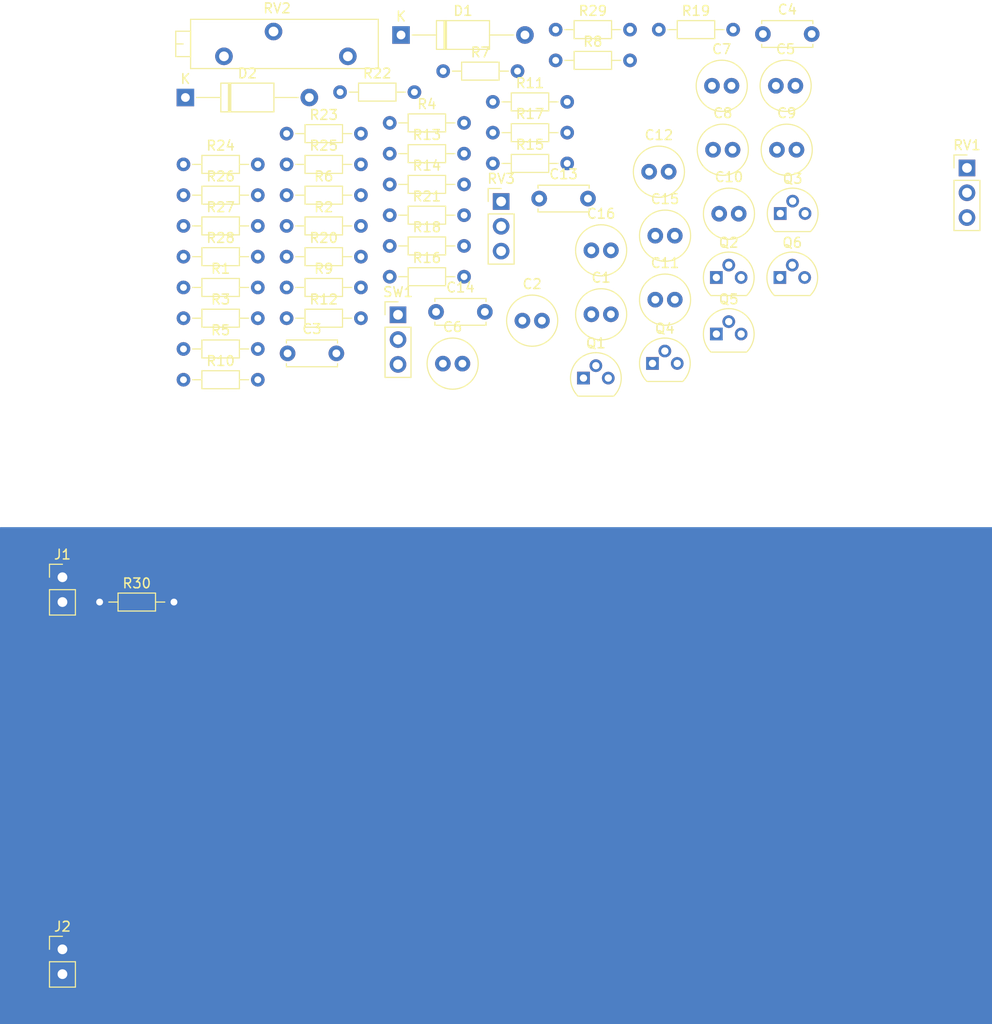
<source format=kicad_pcb>
(kicad_pcb (version 20171130) (host pcbnew 5.1.6)

  (general
    (thickness 1.6)
    (drawings 1)
    (tracks 0)
    (zones 0)
    (modules 60)
    (nets 36)
  )

  (page A4)
  (layers
    (0 F.Cu signal)
    (31 B.Cu signal)
    (32 B.Adhes user)
    (33 F.Adhes user)
    (34 B.Paste user)
    (35 F.Paste user)
    (36 B.SilkS user)
    (37 F.SilkS user)
    (38 B.Mask user)
    (39 F.Mask user)
    (40 Dwgs.User user)
    (41 Cmts.User user)
    (42 Eco1.User user)
    (43 Eco2.User user)
    (44 Edge.Cuts user)
    (45 Margin user)
    (46 B.CrtYd user)
    (47 F.CrtYd user)
    (48 B.Fab user)
    (49 F.Fab user)
  )

  (setup
    (last_trace_width 0.25)
    (trace_clearance 0.2)
    (zone_clearance 0.508)
    (zone_45_only no)
    (trace_min 0.2)
    (via_size 0.8)
    (via_drill 0.4)
    (via_min_size 0.4)
    (via_min_drill 0.3)
    (uvia_size 0.3)
    (uvia_drill 0.1)
    (uvias_allowed no)
    (uvia_min_size 0.2)
    (uvia_min_drill 0.1)
    (edge_width 0.05)
    (segment_width 0.2)
    (pcb_text_width 0.3)
    (pcb_text_size 1.5 1.5)
    (mod_edge_width 0.12)
    (mod_text_size 1 1)
    (mod_text_width 0.15)
    (pad_size 1.7 1.7)
    (pad_drill 1)
    (pad_to_mask_clearance 0.05)
    (aux_axis_origin 0 0)
    (visible_elements FFFFFF7F)
    (pcbplotparams
      (layerselection 0x010fc_ffffffff)
      (usegerberextensions false)
      (usegerberattributes true)
      (usegerberadvancedattributes true)
      (creategerberjobfile true)
      (excludeedgelayer true)
      (linewidth 0.100000)
      (plotframeref false)
      (viasonmask false)
      (mode 1)
      (useauxorigin false)
      (hpglpennumber 1)
      (hpglpenspeed 20)
      (hpglpendiameter 15.000000)
      (psnegative false)
      (psa4output false)
      (plotreference true)
      (plotvalue true)
      (plotinvisibletext false)
      (padsonsilk false)
      (subtractmaskfromsilk false)
      (outputformat 1)
      (mirror false)
      (drillshape 1)
      (scaleselection 1)
      (outputdirectory ""))
  )

  (net 0 "")
  (net 1 GND)
  (net 2 VCC)
  (net 3 "Net-(C2-Pad1)")
  (net 4 "Net-(C2-Pad2)")
  (net 5 "Net-(C3-Pad2)")
  (net 6 "Net-(C4-Pad1)")
  (net 7 "Net-(C5-Pad1)")
  (net 8 "Net-(C5-Pad2)")
  (net 9 "Net-(C6-Pad1)")
  (net 10 "Net-(C7-Pad1)")
  (net 11 "Net-(C7-Pad2)")
  (net 12 "Net-(C8-Pad1)")
  (net 13 "Net-(C8-Pad2)")
  (net 14 "Net-(C9-Pad2)")
  (net 15 "Net-(C9-Pad1)")
  (net 16 "Net-(C10-Pad1)")
  (net 17 "Net-(C11-Pad2)")
  (net 18 "Net-(C11-Pad1)")
  (net 19 "Net-(C12-Pad1)")
  (net 20 "Net-(C13-Pad1)")
  (net 21 "Net-(C14-Pad1)")
  (net 22 "Net-(C15-Pad2)")
  (net 23 "Net-(C15-Pad1)")
  (net 24 "Net-(C16-Pad1)")
  (net 25 "Net-(C16-Pad2)")
  (net 26 "Net-(Q1-Pad1)")
  (net 27 "Net-(Q4-Pad3)")
  (net 28 "Net-(Q5-Pad3)")
  (net 29 "Net-(Q6-Pad1)")
  (net 30 "Net-(J1-PadT)")
  (net 31 "Net-(R9-Pad1)")
  (net 32 "Net-(R17-Pad2)")
  (net 33 "Net-(R20-Pad2)")
  (net 34 "Net-(R22-Pad2)")
  (net 35 "Net-(RV3-Pad1)")

  (net_class Default "This is the default net class."
    (clearance 0.2)
    (trace_width 0.25)
    (via_dia 0.8)
    (via_drill 0.4)
    (uvia_dia 0.3)
    (uvia_drill 0.1)
    (add_net GND)
    (add_net "Net-(C10-Pad1)")
    (add_net "Net-(C11-Pad1)")
    (add_net "Net-(C11-Pad2)")
    (add_net "Net-(C12-Pad1)")
    (add_net "Net-(C13-Pad1)")
    (add_net "Net-(C14-Pad1)")
    (add_net "Net-(C15-Pad1)")
    (add_net "Net-(C15-Pad2)")
    (add_net "Net-(C16-Pad1)")
    (add_net "Net-(C16-Pad2)")
    (add_net "Net-(C2-Pad1)")
    (add_net "Net-(C2-Pad2)")
    (add_net "Net-(C3-Pad2)")
    (add_net "Net-(C4-Pad1)")
    (add_net "Net-(C5-Pad1)")
    (add_net "Net-(C5-Pad2)")
    (add_net "Net-(C6-Pad1)")
    (add_net "Net-(C7-Pad1)")
    (add_net "Net-(C7-Pad2)")
    (add_net "Net-(C8-Pad1)")
    (add_net "Net-(C8-Pad2)")
    (add_net "Net-(C9-Pad1)")
    (add_net "Net-(C9-Pad2)")
    (add_net "Net-(J1-PadT)")
    (add_net "Net-(Q1-Pad1)")
    (add_net "Net-(Q4-Pad3)")
    (add_net "Net-(Q5-Pad3)")
    (add_net "Net-(Q6-Pad1)")
    (add_net "Net-(R17-Pad2)")
    (add_net "Net-(R20-Pad2)")
    (add_net "Net-(R22-Pad2)")
    (add_net "Net-(R9-Pad1)")
    (add_net "Net-(RV3-Pad1)")
    (add_net VCC)
  )

  (module Capacitor_THT:C_Radial_D5.0mm_H11.0mm_P2.00mm (layer F.Cu) (tedit 5BC5C9B9) (tstamp 5EC23B59)
    (at 168.515001 61.975001)
    (descr "C, Radial series, Radial, pin pitch=2.00mm, diameter=5mm, height=11mm, Non-Polar Electrolytic Capacitor")
    (tags "C Radial series Radial pin pitch 2.00mm diameter 5mm height 11mm Non-Polar Electrolytic Capacitor")
    (path /5ED43952)
    (fp_text reference C1 (at 1 -3.75) (layer F.SilkS)
      (effects (font (size 1 1) (thickness 0.15)))
    )
    (fp_text value 10uF (at 1 3.75) (layer F.Fab)
      (effects (font (size 1 1) (thickness 0.15)))
    )
    (fp_text user %R (at 1 0) (layer F.Fab)
      (effects (font (size 1 1) (thickness 0.15)))
    )
    (fp_circle (center 1 0) (end 3.5 0) (layer F.Fab) (width 0.1))
    (fp_circle (center 1 0) (end 3.62 0) (layer F.SilkS) (width 0.12))
    (fp_circle (center 1 0) (end 3.75 0) (layer F.CrtYd) (width 0.05))
    (pad 2 thru_hole circle (at 2 0) (size 1.6 1.6) (drill 0.8) (layers *.Cu *.Mask)
      (net 1 GND))
    (pad 1 thru_hole circle (at 0 0) (size 1.6 1.6) (drill 0.8) (layers *.Cu *.Mask)
      (net 2 VCC))
    (model ${KISYS3DMOD}/Capacitor_THT.3dshapes/C_Radial_D5.0mm_H11.0mm_P2.00mm.wrl
      (at (xyz 0 0 0))
      (scale (xyz 1 1 1))
      (rotate (xyz 0 0 0))
    )
  )

  (module Capacitor_THT:C_Radial_D5.0mm_H11.0mm_P2.00mm (layer F.Cu) (tedit 5BC5C9B9) (tstamp 5EC23B63)
    (at 161.445001 62.625001)
    (descr "C, Radial series, Radial, pin pitch=2.00mm, diameter=5mm, height=11mm, Non-Polar Electrolytic Capacitor")
    (tags "C Radial series Radial pin pitch 2.00mm diameter 5mm height 11mm Non-Polar Electrolytic Capacitor")
    (path /5EA945C8)
    (fp_text reference C2 (at 1 -3.75) (layer F.SilkS)
      (effects (font (size 1 1) (thickness 0.15)))
    )
    (fp_text value 10uF (at 1 3.75) (layer F.Fab)
      (effects (font (size 1 1) (thickness 0.15)))
    )
    (fp_circle (center 1 0) (end 3.75 0) (layer F.CrtYd) (width 0.05))
    (fp_circle (center 1 0) (end 3.62 0) (layer F.SilkS) (width 0.12))
    (fp_circle (center 1 0) (end 3.5 0) (layer F.Fab) (width 0.1))
    (fp_text user %R (at 1 0) (layer F.Fab)
      (effects (font (size 1 1) (thickness 0.15)))
    )
    (pad 1 thru_hole circle (at 0 0) (size 1.6 1.6) (drill 0.8) (layers *.Cu *.Mask)
      (net 3 "Net-(C2-Pad1)"))
    (pad 2 thru_hole circle (at 2 0) (size 1.6 1.6) (drill 0.8) (layers *.Cu *.Mask)
      (net 4 "Net-(C2-Pad2)"))
    (model ${KISYS3DMOD}/Capacitor_THT.3dshapes/C_Radial_D5.0mm_H11.0mm_P2.00mm.wrl
      (at (xyz 0 0 0))
      (scale (xyz 1 1 1))
      (rotate (xyz 0 0 0))
    )
  )

  (module Capacitor_THT:C_Disc_D5.0mm_W2.5mm_P5.00mm (layer F.Cu) (tedit 5AE50EF0) (tstamp 5EC23B78)
    (at 137.375001 65.975001)
    (descr "C, Disc series, Radial, pin pitch=5.00mm, , diameter*width=5*2.5mm^2, Capacitor, http://cdn-reichelt.de/documents/datenblatt/B300/DS_KERKO_TC.pdf")
    (tags "C Disc series Radial pin pitch 5.00mm  diameter 5mm width 2.5mm Capacitor")
    (path /5EAA62B2)
    (fp_text reference C3 (at 2.5 -2.5) (layer F.SilkS)
      (effects (font (size 1 1) (thickness 0.15)))
    )
    (fp_text value 0.002 (at 2.5 2.5) (layer F.Fab)
      (effects (font (size 1 1) (thickness 0.15)))
    )
    (fp_text user %R (at 2.5 0) (layer F.Fab)
      (effects (font (size 1 1) (thickness 0.15)))
    )
    (fp_line (start 0 -1.25) (end 0 1.25) (layer F.Fab) (width 0.1))
    (fp_line (start 0 1.25) (end 5 1.25) (layer F.Fab) (width 0.1))
    (fp_line (start 5 1.25) (end 5 -1.25) (layer F.Fab) (width 0.1))
    (fp_line (start 5 -1.25) (end 0 -1.25) (layer F.Fab) (width 0.1))
    (fp_line (start -0.12 -1.37) (end 5.12 -1.37) (layer F.SilkS) (width 0.12))
    (fp_line (start -0.12 1.37) (end 5.12 1.37) (layer F.SilkS) (width 0.12))
    (fp_line (start -0.12 -1.37) (end -0.12 -1.055) (layer F.SilkS) (width 0.12))
    (fp_line (start -0.12 1.055) (end -0.12 1.37) (layer F.SilkS) (width 0.12))
    (fp_line (start 5.12 -1.37) (end 5.12 -1.055) (layer F.SilkS) (width 0.12))
    (fp_line (start 5.12 1.055) (end 5.12 1.37) (layer F.SilkS) (width 0.12))
    (fp_line (start -1.05 -1.5) (end -1.05 1.5) (layer F.CrtYd) (width 0.05))
    (fp_line (start -1.05 1.5) (end 6.05 1.5) (layer F.CrtYd) (width 0.05))
    (fp_line (start 6.05 1.5) (end 6.05 -1.5) (layer F.CrtYd) (width 0.05))
    (fp_line (start 6.05 -1.5) (end -1.05 -1.5) (layer F.CrtYd) (width 0.05))
    (pad 2 thru_hole circle (at 5 0) (size 1.6 1.6) (drill 0.8) (layers *.Cu *.Mask)
      (net 5 "Net-(C3-Pad2)"))
    (pad 1 thru_hole circle (at 0 0) (size 1.6 1.6) (drill 0.8) (layers *.Cu *.Mask)
      (net 2 VCC))
    (model ${KISYS3DMOD}/Capacitor_THT.3dshapes/C_Disc_D5.0mm_W2.5mm_P5.00mm.wrl
      (at (xyz 0 0 0))
      (scale (xyz 1 1 1))
      (rotate (xyz 0 0 0))
    )
  )

  (module Capacitor_THT:C_Disc_D5.0mm_W2.5mm_P5.00mm (layer F.Cu) (tedit 5AE50EF0) (tstamp 5EC23B8D)
    (at 186.095001 33.275001)
    (descr "C, Disc series, Radial, pin pitch=5.00mm, , diameter*width=5*2.5mm^2, Capacitor, http://cdn-reichelt.de/documents/datenblatt/B300/DS_KERKO_TC.pdf")
    (tags "C Disc series Radial pin pitch 5.00mm  diameter 5mm width 2.5mm Capacitor")
    (path /5EAAA284)
    (fp_text reference C4 (at 2.5 -2.5) (layer F.SilkS)
      (effects (font (size 1 1) (thickness 0.15)))
    )
    (fp_text value 0.1uF (at 2.5 2.5) (layer F.Fab)
      (effects (font (size 1 1) (thickness 0.15)))
    )
    (fp_line (start 6.05 -1.5) (end -1.05 -1.5) (layer F.CrtYd) (width 0.05))
    (fp_line (start 6.05 1.5) (end 6.05 -1.5) (layer F.CrtYd) (width 0.05))
    (fp_line (start -1.05 1.5) (end 6.05 1.5) (layer F.CrtYd) (width 0.05))
    (fp_line (start -1.05 -1.5) (end -1.05 1.5) (layer F.CrtYd) (width 0.05))
    (fp_line (start 5.12 1.055) (end 5.12 1.37) (layer F.SilkS) (width 0.12))
    (fp_line (start 5.12 -1.37) (end 5.12 -1.055) (layer F.SilkS) (width 0.12))
    (fp_line (start -0.12 1.055) (end -0.12 1.37) (layer F.SilkS) (width 0.12))
    (fp_line (start -0.12 -1.37) (end -0.12 -1.055) (layer F.SilkS) (width 0.12))
    (fp_line (start -0.12 1.37) (end 5.12 1.37) (layer F.SilkS) (width 0.12))
    (fp_line (start -0.12 -1.37) (end 5.12 -1.37) (layer F.SilkS) (width 0.12))
    (fp_line (start 5 -1.25) (end 0 -1.25) (layer F.Fab) (width 0.1))
    (fp_line (start 5 1.25) (end 5 -1.25) (layer F.Fab) (width 0.1))
    (fp_line (start 0 1.25) (end 5 1.25) (layer F.Fab) (width 0.1))
    (fp_line (start 0 -1.25) (end 0 1.25) (layer F.Fab) (width 0.1))
    (fp_text user %R (at 2.5 0) (layer F.Fab)
      (effects (font (size 1 1) (thickness 0.15)))
    )
    (pad 1 thru_hole circle (at 0 0) (size 1.6 1.6) (drill 0.8) (layers *.Cu *.Mask)
      (net 6 "Net-(C4-Pad1)"))
    (pad 2 thru_hole circle (at 5 0) (size 1.6 1.6) (drill 0.8) (layers *.Cu *.Mask)
      (net 1 GND))
    (model ${KISYS3DMOD}/Capacitor_THT.3dshapes/C_Disc_D5.0mm_W2.5mm_P5.00mm.wrl
      (at (xyz 0 0 0))
      (scale (xyz 1 1 1))
      (rotate (xyz 0 0 0))
    )
  )

  (module Capacitor_THT:C_Radial_D5.0mm_H11.0mm_P2.00mm (layer F.Cu) (tedit 5BC5C9B9) (tstamp 5EC23B97)
    (at 187.425001 38.575001)
    (descr "C, Radial series, Radial, pin pitch=2.00mm, diameter=5mm, height=11mm, Non-Polar Electrolytic Capacitor")
    (tags "C Radial series Radial pin pitch 2.00mm diameter 5mm height 11mm Non-Polar Electrolytic Capacitor")
    (path /5EAA9AEA)
    (fp_text reference C5 (at 1 -3.75) (layer F.SilkS)
      (effects (font (size 1 1) (thickness 0.15)))
    )
    (fp_text value 10uF (at 1 3.75) (layer F.Fab)
      (effects (font (size 1 1) (thickness 0.15)))
    )
    (fp_circle (center 1 0) (end 3.75 0) (layer F.CrtYd) (width 0.05))
    (fp_circle (center 1 0) (end 3.62 0) (layer F.SilkS) (width 0.12))
    (fp_circle (center 1 0) (end 3.5 0) (layer F.Fab) (width 0.1))
    (fp_text user %R (at 1 0) (layer F.Fab)
      (effects (font (size 1 1) (thickness 0.15)))
    )
    (pad 1 thru_hole circle (at 0 0) (size 1.6 1.6) (drill 0.8) (layers *.Cu *.Mask)
      (net 7 "Net-(C5-Pad1)"))
    (pad 2 thru_hole circle (at 2 0) (size 1.6 1.6) (drill 0.8) (layers *.Cu *.Mask)
      (net 8 "Net-(C5-Pad2)"))
    (model ${KISYS3DMOD}/Capacitor_THT.3dshapes/C_Radial_D5.0mm_H11.0mm_P2.00mm.wrl
      (at (xyz 0 0 0))
      (scale (xyz 1 1 1))
      (rotate (xyz 0 0 0))
    )
  )

  (module Capacitor_THT:C_Radial_D5.0mm_H11.0mm_P2.00mm (layer F.Cu) (tedit 5BC5C9B9) (tstamp 5EC23BA1)
    (at 153.295001 67.025001)
    (descr "C, Radial series, Radial, pin pitch=2.00mm, diameter=5mm, height=11mm, Non-Polar Electrolytic Capacitor")
    (tags "C Radial series Radial pin pitch 2.00mm diameter 5mm height 11mm Non-Polar Electrolytic Capacitor")
    (path /5EAD533B)
    (fp_text reference C6 (at 1 -3.75) (layer F.SilkS)
      (effects (font (size 1 1) (thickness 0.15)))
    )
    (fp_text value 10uF (at 1 3.75) (layer F.Fab)
      (effects (font (size 1 1) (thickness 0.15)))
    )
    (fp_text user %R (at 1 0) (layer F.Fab)
      (effects (font (size 1 1) (thickness 0.15)))
    )
    (fp_circle (center 1 0) (end 3.5 0) (layer F.Fab) (width 0.1))
    (fp_circle (center 1 0) (end 3.62 0) (layer F.SilkS) (width 0.12))
    (fp_circle (center 1 0) (end 3.75 0) (layer F.CrtYd) (width 0.05))
    (pad 2 thru_hole circle (at 2 0) (size 1.6 1.6) (drill 0.8) (layers *.Cu *.Mask)
      (net 7 "Net-(C5-Pad1)"))
    (pad 1 thru_hole circle (at 0 0) (size 1.6 1.6) (drill 0.8) (layers *.Cu *.Mask)
      (net 9 "Net-(C6-Pad1)"))
    (model ${KISYS3DMOD}/Capacitor_THT.3dshapes/C_Radial_D5.0mm_H11.0mm_P2.00mm.wrl
      (at (xyz 0 0 0))
      (scale (xyz 1 1 1))
      (rotate (xyz 0 0 0))
    )
  )

  (module Capacitor_THT:C_Radial_D5.0mm_H11.0mm_P2.00mm (layer F.Cu) (tedit 5BC5C9B9) (tstamp 5EC23BAB)
    (at 180.875001 38.575001)
    (descr "C, Radial series, Radial, pin pitch=2.00mm, diameter=5mm, height=11mm, Non-Polar Electrolytic Capacitor")
    (tags "C Radial series Radial pin pitch 2.00mm diameter 5mm height 11mm Non-Polar Electrolytic Capacitor")
    (path /5EAE6C0F)
    (fp_text reference C7 (at 1 -3.75) (layer F.SilkS)
      (effects (font (size 1 1) (thickness 0.15)))
    )
    (fp_text value 10uF (at 1 3.75) (layer F.Fab)
      (effects (font (size 1 1) (thickness 0.15)))
    )
    (fp_circle (center 1 0) (end 3.75 0) (layer F.CrtYd) (width 0.05))
    (fp_circle (center 1 0) (end 3.62 0) (layer F.SilkS) (width 0.12))
    (fp_circle (center 1 0) (end 3.5 0) (layer F.Fab) (width 0.1))
    (fp_text user %R (at 1 0) (layer F.Fab)
      (effects (font (size 1 1) (thickness 0.15)))
    )
    (pad 1 thru_hole circle (at 0 0) (size 1.6 1.6) (drill 0.8) (layers *.Cu *.Mask)
      (net 10 "Net-(C7-Pad1)"))
    (pad 2 thru_hole circle (at 2 0) (size 1.6 1.6) (drill 0.8) (layers *.Cu *.Mask)
      (net 11 "Net-(C7-Pad2)"))
    (model ${KISYS3DMOD}/Capacitor_THT.3dshapes/C_Radial_D5.0mm_H11.0mm_P2.00mm.wrl
      (at (xyz 0 0 0))
      (scale (xyz 1 1 1))
      (rotate (xyz 0 0 0))
    )
  )

  (module Capacitor_THT:C_Radial_D5.0mm_H11.0mm_P2.00mm (layer F.Cu) (tedit 5BC5C9B9) (tstamp 5EC23BB5)
    (at 180.985001 45.125001)
    (descr "C, Radial series, Radial, pin pitch=2.00mm, diameter=5mm, height=11mm, Non-Polar Electrolytic Capacitor")
    (tags "C Radial series Radial pin pitch 2.00mm diameter 5mm height 11mm Non-Polar Electrolytic Capacitor")
    (path /5EAA401F)
    (fp_text reference C8 (at 1 -3.75) (layer F.SilkS)
      (effects (font (size 1 1) (thickness 0.15)))
    )
    (fp_text value 10uF (at 1 3.75) (layer F.Fab)
      (effects (font (size 1 1) (thickness 0.15)))
    )
    (fp_circle (center 1 0) (end 3.75 0) (layer F.CrtYd) (width 0.05))
    (fp_circle (center 1 0) (end 3.62 0) (layer F.SilkS) (width 0.12))
    (fp_circle (center 1 0) (end 3.5 0) (layer F.Fab) (width 0.1))
    (fp_text user %R (at 1 0) (layer F.Fab)
      (effects (font (size 1 1) (thickness 0.15)))
    )
    (pad 1 thru_hole circle (at 0 0) (size 1.6 1.6) (drill 0.8) (layers *.Cu *.Mask)
      (net 12 "Net-(C8-Pad1)"))
    (pad 2 thru_hole circle (at 2 0) (size 1.6 1.6) (drill 0.8) (layers *.Cu *.Mask)
      (net 13 "Net-(C8-Pad2)"))
    (model ${KISYS3DMOD}/Capacitor_THT.3dshapes/C_Radial_D5.0mm_H11.0mm_P2.00mm.wrl
      (at (xyz 0 0 0))
      (scale (xyz 1 1 1))
      (rotate (xyz 0 0 0))
    )
  )

  (module Capacitor_THT:C_Radial_D5.0mm_H11.0mm_P2.00mm (layer F.Cu) (tedit 5BC5C9B9) (tstamp 5EC23BBF)
    (at 187.535001 45.125001)
    (descr "C, Radial series, Radial, pin pitch=2.00mm, diameter=5mm, height=11mm, Non-Polar Electrolytic Capacitor")
    (tags "C Radial series Radial pin pitch 2.00mm diameter 5mm height 11mm Non-Polar Electrolytic Capacitor")
    (path /5EAA4638)
    (fp_text reference C9 (at 1 -3.75) (layer F.SilkS)
      (effects (font (size 1 1) (thickness 0.15)))
    )
    (fp_text value 10uF (at 1 3.75) (layer F.Fab)
      (effects (font (size 1 1) (thickness 0.15)))
    )
    (fp_text user %R (at 1 0) (layer F.Fab)
      (effects (font (size 1 1) (thickness 0.15)))
    )
    (fp_circle (center 1 0) (end 3.5 0) (layer F.Fab) (width 0.1))
    (fp_circle (center 1 0) (end 3.62 0) (layer F.SilkS) (width 0.12))
    (fp_circle (center 1 0) (end 3.75 0) (layer F.CrtYd) (width 0.05))
    (pad 2 thru_hole circle (at 2 0) (size 1.6 1.6) (drill 0.8) (layers *.Cu *.Mask)
      (net 14 "Net-(C9-Pad2)"))
    (pad 1 thru_hole circle (at 0 0) (size 1.6 1.6) (drill 0.8) (layers *.Cu *.Mask)
      (net 15 "Net-(C9-Pad1)"))
    (model ${KISYS3DMOD}/Capacitor_THT.3dshapes/C_Radial_D5.0mm_H11.0mm_P2.00mm.wrl
      (at (xyz 0 0 0))
      (scale (xyz 1 1 1))
      (rotate (xyz 0 0 0))
    )
  )

  (module Capacitor_THT:C_Radial_D5.0mm_H11.0mm_P2.00mm (layer F.Cu) (tedit 5BC5C9B9) (tstamp 5EC23BC9)
    (at 181.615001 51.675001)
    (descr "C, Radial series, Radial, pin pitch=2.00mm, diameter=5mm, height=11mm, Non-Polar Electrolytic Capacitor")
    (tags "C Radial series Radial pin pitch 2.00mm diameter 5mm height 11mm Non-Polar Electrolytic Capacitor")
    (path /5EAB8FCF)
    (fp_text reference C10 (at 1 -3.75) (layer F.SilkS)
      (effects (font (size 1 1) (thickness 0.15)))
    )
    (fp_text value 10uF (at 1 3.75) (layer F.Fab)
      (effects (font (size 1 1) (thickness 0.15)))
    )
    (fp_circle (center 1 0) (end 3.75 0) (layer F.CrtYd) (width 0.05))
    (fp_circle (center 1 0) (end 3.62 0) (layer F.SilkS) (width 0.12))
    (fp_circle (center 1 0) (end 3.5 0) (layer F.Fab) (width 0.1))
    (fp_text user %R (at 1 0) (layer F.Fab)
      (effects (font (size 1 1) (thickness 0.15)))
    )
    (pad 1 thru_hole circle (at 0 0) (size 1.6 1.6) (drill 0.8) (layers *.Cu *.Mask)
      (net 16 "Net-(C10-Pad1)"))
    (pad 2 thru_hole circle (at 2 0) (size 1.6 1.6) (drill 0.8) (layers *.Cu *.Mask)
      (net 1 GND))
    (model ${KISYS3DMOD}/Capacitor_THT.3dshapes/C_Radial_D5.0mm_H11.0mm_P2.00mm.wrl
      (at (xyz 0 0 0))
      (scale (xyz 1 1 1))
      (rotate (xyz 0 0 0))
    )
  )

  (module Capacitor_THT:C_Radial_D5.0mm_H11.0mm_P2.00mm (layer F.Cu) (tedit 5BC5C9B9) (tstamp 5EC23BD3)
    (at 175.065001 60.475001)
    (descr "C, Radial series, Radial, pin pitch=2.00mm, diameter=5mm, height=11mm, Non-Polar Electrolytic Capacitor")
    (tags "C Radial series Radial pin pitch 2.00mm diameter 5mm height 11mm Non-Polar Electrolytic Capacitor")
    (path /5EB76B54)
    (fp_text reference C11 (at 1 -3.75) (layer F.SilkS)
      (effects (font (size 1 1) (thickness 0.15)))
    )
    (fp_text value 10uF (at 1 3.75) (layer F.Fab)
      (effects (font (size 1 1) (thickness 0.15)))
    )
    (fp_text user %R (at 1 0) (layer F.Fab)
      (effects (font (size 1 1) (thickness 0.15)))
    )
    (fp_circle (center 1 0) (end 3.5 0) (layer F.Fab) (width 0.1))
    (fp_circle (center 1 0) (end 3.62 0) (layer F.SilkS) (width 0.12))
    (fp_circle (center 1 0) (end 3.75 0) (layer F.CrtYd) (width 0.05))
    (pad 2 thru_hole circle (at 2 0) (size 1.6 1.6) (drill 0.8) (layers *.Cu *.Mask)
      (net 17 "Net-(C11-Pad2)"))
    (pad 1 thru_hole circle (at 0 0) (size 1.6 1.6) (drill 0.8) (layers *.Cu *.Mask)
      (net 18 "Net-(C11-Pad1)"))
    (model ${KISYS3DMOD}/Capacitor_THT.3dshapes/C_Radial_D5.0mm_H11.0mm_P2.00mm.wrl
      (at (xyz 0 0 0))
      (scale (xyz 1 1 1))
      (rotate (xyz 0 0 0))
    )
  )

  (module Capacitor_THT:C_Radial_D5.0mm_H11.0mm_P2.00mm (layer F.Cu) (tedit 5BC5C9B9) (tstamp 5EC23BDD)
    (at 174.435001 47.375001)
    (descr "C, Radial series, Radial, pin pitch=2.00mm, diameter=5mm, height=11mm, Non-Polar Electrolytic Capacitor")
    (tags "C Radial series Radial pin pitch 2.00mm diameter 5mm height 11mm Non-Polar Electrolytic Capacitor")
    (path /5EC6E9E2)
    (fp_text reference C12 (at 1 -3.75) (layer F.SilkS)
      (effects (font (size 1 1) (thickness 0.15)))
    )
    (fp_text value 10uF (at 1 3.75) (layer F.Fab)
      (effects (font (size 1 1) (thickness 0.15)))
    )
    (fp_text user %R (at 1 0) (layer F.Fab)
      (effects (font (size 1 1) (thickness 0.15)))
    )
    (fp_circle (center 1 0) (end 3.5 0) (layer F.Fab) (width 0.1))
    (fp_circle (center 1 0) (end 3.62 0) (layer F.SilkS) (width 0.12))
    (fp_circle (center 1 0) (end 3.75 0) (layer F.CrtYd) (width 0.05))
    (pad 2 thru_hole circle (at 2 0) (size 1.6 1.6) (drill 0.8) (layers *.Cu *.Mask)
      (net 18 "Net-(C11-Pad1)"))
    (pad 1 thru_hole circle (at 0 0) (size 1.6 1.6) (drill 0.8) (layers *.Cu *.Mask)
      (net 19 "Net-(C12-Pad1)"))
    (model ${KISYS3DMOD}/Capacitor_THT.3dshapes/C_Radial_D5.0mm_H11.0mm_P2.00mm.wrl
      (at (xyz 0 0 0))
      (scale (xyz 1 1 1))
      (rotate (xyz 0 0 0))
    )
  )

  (module Capacitor_THT:C_Disc_D5.0mm_W2.5mm_P5.00mm (layer F.Cu) (tedit 5AE50EF0) (tstamp 5EC23BF2)
    (at 163.165001 50.125001)
    (descr "C, Disc series, Radial, pin pitch=5.00mm, , diameter*width=5*2.5mm^2, Capacitor, http://cdn-reichelt.de/documents/datenblatt/B300/DS_KERKO_TC.pdf")
    (tags "C Disc series Radial pin pitch 5.00mm  diameter 5mm width 2.5mm Capacitor")
    (path /5ECCB46E)
    (fp_text reference C13 (at 2.5 -2.5) (layer F.SilkS)
      (effects (font (size 1 1) (thickness 0.15)))
    )
    (fp_text value 0.001uF (at 2.5 2.5) (layer F.Fab)
      (effects (font (size 1 1) (thickness 0.15)))
    )
    (fp_line (start 6.05 -1.5) (end -1.05 -1.5) (layer F.CrtYd) (width 0.05))
    (fp_line (start 6.05 1.5) (end 6.05 -1.5) (layer F.CrtYd) (width 0.05))
    (fp_line (start -1.05 1.5) (end 6.05 1.5) (layer F.CrtYd) (width 0.05))
    (fp_line (start -1.05 -1.5) (end -1.05 1.5) (layer F.CrtYd) (width 0.05))
    (fp_line (start 5.12 1.055) (end 5.12 1.37) (layer F.SilkS) (width 0.12))
    (fp_line (start 5.12 -1.37) (end 5.12 -1.055) (layer F.SilkS) (width 0.12))
    (fp_line (start -0.12 1.055) (end -0.12 1.37) (layer F.SilkS) (width 0.12))
    (fp_line (start -0.12 -1.37) (end -0.12 -1.055) (layer F.SilkS) (width 0.12))
    (fp_line (start -0.12 1.37) (end 5.12 1.37) (layer F.SilkS) (width 0.12))
    (fp_line (start -0.12 -1.37) (end 5.12 -1.37) (layer F.SilkS) (width 0.12))
    (fp_line (start 5 -1.25) (end 0 -1.25) (layer F.Fab) (width 0.1))
    (fp_line (start 5 1.25) (end 5 -1.25) (layer F.Fab) (width 0.1))
    (fp_line (start 0 1.25) (end 5 1.25) (layer F.Fab) (width 0.1))
    (fp_line (start 0 -1.25) (end 0 1.25) (layer F.Fab) (width 0.1))
    (fp_text user %R (at 2.5 0) (layer F.Fab)
      (effects (font (size 1 1) (thickness 0.15)))
    )
    (pad 1 thru_hole circle (at 0 0) (size 1.6 1.6) (drill 0.8) (layers *.Cu *.Mask)
      (net 20 "Net-(C13-Pad1)"))
    (pad 2 thru_hole circle (at 5 0) (size 1.6 1.6) (drill 0.8) (layers *.Cu *.Mask)
      (net 19 "Net-(C12-Pad1)"))
    (model ${KISYS3DMOD}/Capacitor_THT.3dshapes/C_Disc_D5.0mm_W2.5mm_P5.00mm.wrl
      (at (xyz 0 0 0))
      (scale (xyz 1 1 1))
      (rotate (xyz 0 0 0))
    )
  )

  (module Capacitor_THT:C_Disc_D5.0mm_W2.5mm_P5.00mm (layer F.Cu) (tedit 5AE50EF0) (tstamp 5EC23C07)
    (at 152.595001 61.725001)
    (descr "C, Disc series, Radial, pin pitch=5.00mm, , diameter*width=5*2.5mm^2, Capacitor, http://cdn-reichelt.de/documents/datenblatt/B300/DS_KERKO_TC.pdf")
    (tags "C Disc series Radial pin pitch 5.00mm  diameter 5mm width 2.5mm Capacitor")
    (path /5ECCAD3C)
    (fp_text reference C14 (at 2.5 -2.5) (layer F.SilkS)
      (effects (font (size 1 1) (thickness 0.15)))
    )
    (fp_text value 0.1uF (at 2.5 2.5) (layer F.Fab)
      (effects (font (size 1 1) (thickness 0.15)))
    )
    (fp_text user %R (at 2.5 0) (layer F.Fab)
      (effects (font (size 1 1) (thickness 0.15)))
    )
    (fp_line (start 0 -1.25) (end 0 1.25) (layer F.Fab) (width 0.1))
    (fp_line (start 0 1.25) (end 5 1.25) (layer F.Fab) (width 0.1))
    (fp_line (start 5 1.25) (end 5 -1.25) (layer F.Fab) (width 0.1))
    (fp_line (start 5 -1.25) (end 0 -1.25) (layer F.Fab) (width 0.1))
    (fp_line (start -0.12 -1.37) (end 5.12 -1.37) (layer F.SilkS) (width 0.12))
    (fp_line (start -0.12 1.37) (end 5.12 1.37) (layer F.SilkS) (width 0.12))
    (fp_line (start -0.12 -1.37) (end -0.12 -1.055) (layer F.SilkS) (width 0.12))
    (fp_line (start -0.12 1.055) (end -0.12 1.37) (layer F.SilkS) (width 0.12))
    (fp_line (start 5.12 -1.37) (end 5.12 -1.055) (layer F.SilkS) (width 0.12))
    (fp_line (start 5.12 1.055) (end 5.12 1.37) (layer F.SilkS) (width 0.12))
    (fp_line (start -1.05 -1.5) (end -1.05 1.5) (layer F.CrtYd) (width 0.05))
    (fp_line (start -1.05 1.5) (end 6.05 1.5) (layer F.CrtYd) (width 0.05))
    (fp_line (start 6.05 1.5) (end 6.05 -1.5) (layer F.CrtYd) (width 0.05))
    (fp_line (start 6.05 -1.5) (end -1.05 -1.5) (layer F.CrtYd) (width 0.05))
    (pad 2 thru_hole circle (at 5 0) (size 1.6 1.6) (drill 0.8) (layers *.Cu *.Mask)
      (net 1 GND))
    (pad 1 thru_hole circle (at 0 0) (size 1.6 1.6) (drill 0.8) (layers *.Cu *.Mask)
      (net 21 "Net-(C14-Pad1)"))
    (model ${KISYS3DMOD}/Capacitor_THT.3dshapes/C_Disc_D5.0mm_W2.5mm_P5.00mm.wrl
      (at (xyz 0 0 0))
      (scale (xyz 1 1 1))
      (rotate (xyz 0 0 0))
    )
  )

  (module Capacitor_THT:C_Radial_D5.0mm_H11.0mm_P2.00mm (layer F.Cu) (tedit 5BC5C9B9) (tstamp 5EC23C11)
    (at 175.065001 53.925001)
    (descr "C, Radial series, Radial, pin pitch=2.00mm, diameter=5mm, height=11mm, Non-Polar Electrolytic Capacitor")
    (tags "C Radial series Radial pin pitch 2.00mm diameter 5mm height 11mm Non-Polar Electrolytic Capacitor")
    (path /5ED019D6)
    (fp_text reference C15 (at 1 -3.75) (layer F.SilkS)
      (effects (font (size 1 1) (thickness 0.15)))
    )
    (fp_text value 10uF (at 1 3.75) (layer F.Fab)
      (effects (font (size 1 1) (thickness 0.15)))
    )
    (fp_text user %R (at 1 0) (layer F.Fab)
      (effects (font (size 1 1) (thickness 0.15)))
    )
    (fp_circle (center 1 0) (end 3.5 0) (layer F.Fab) (width 0.1))
    (fp_circle (center 1 0) (end 3.62 0) (layer F.SilkS) (width 0.12))
    (fp_circle (center 1 0) (end 3.75 0) (layer F.CrtYd) (width 0.05))
    (pad 2 thru_hole circle (at 2 0) (size 1.6 1.6) (drill 0.8) (layers *.Cu *.Mask)
      (net 22 "Net-(C15-Pad2)"))
    (pad 1 thru_hole circle (at 0 0) (size 1.6 1.6) (drill 0.8) (layers *.Cu *.Mask)
      (net 23 "Net-(C15-Pad1)"))
    (model ${KISYS3DMOD}/Capacitor_THT.3dshapes/C_Radial_D5.0mm_H11.0mm_P2.00mm.wrl
      (at (xyz 0 0 0))
      (scale (xyz 1 1 1))
      (rotate (xyz 0 0 0))
    )
  )

  (module Capacitor_THT:C_Radial_D5.0mm_H11.0mm_P2.00mm (layer F.Cu) (tedit 5BC5C9B9) (tstamp 5EC23C1B)
    (at 168.515001 55.425001)
    (descr "C, Radial series, Radial, pin pitch=2.00mm, diameter=5mm, height=11mm, Non-Polar Electrolytic Capacitor")
    (tags "C Radial series Radial pin pitch 2.00mm diameter 5mm height 11mm Non-Polar Electrolytic Capacitor")
    (path /5ED259D3)
    (fp_text reference C16 (at 1 -3.75) (layer F.SilkS)
      (effects (font (size 1 1) (thickness 0.15)))
    )
    (fp_text value 10uF (at 1 3.75) (layer F.Fab)
      (effects (font (size 1 1) (thickness 0.15)))
    )
    (fp_circle (center 1 0) (end 3.75 0) (layer F.CrtYd) (width 0.05))
    (fp_circle (center 1 0) (end 3.62 0) (layer F.SilkS) (width 0.12))
    (fp_circle (center 1 0) (end 3.5 0) (layer F.Fab) (width 0.1))
    (fp_text user %R (at 1 0) (layer F.Fab)
      (effects (font (size 1 1) (thickness 0.15)))
    )
    (pad 1 thru_hole circle (at 0 0) (size 1.6 1.6) (drill 0.8) (layers *.Cu *.Mask)
      (net 24 "Net-(C16-Pad1)"))
    (pad 2 thru_hole circle (at 2 0) (size 1.6 1.6) (drill 0.8) (layers *.Cu *.Mask)
      (net 25 "Net-(C16-Pad2)"))
    (model ${KISYS3DMOD}/Capacitor_THT.3dshapes/C_Radial_D5.0mm_H11.0mm_P2.00mm.wrl
      (at (xyz 0 0 0))
      (scale (xyz 1 1 1))
      (rotate (xyz 0 0 0))
    )
  )

  (module Diode_THT:D_A-405_P12.70mm_Horizontal (layer F.Cu) (tedit 5AE50CD5) (tstamp 5EC23C3A)
    (at 149.005001 33.375001)
    (descr "Diode, A-405 series, Axial, Horizontal, pin pitch=12.7mm, , length*diameter=5.2*2.7mm^2, , http://www.diodes.com/_files/packages/A-405.pdf")
    (tags "Diode A-405 series Axial Horizontal pin pitch 12.7mm  length 5.2mm diameter 2.7mm")
    (path /5EC6753B)
    (fp_text reference D1 (at 6.35 -2.47) (layer F.SilkS)
      (effects (font (size 1 1) (thickness 0.15)))
    )
    (fp_text value DA-90 (at 6.35 2.47) (layer F.Fab)
      (effects (font (size 1 1) (thickness 0.15)))
    )
    (fp_text user K (at 0 -1.9) (layer F.SilkS)
      (effects (font (size 1 1) (thickness 0.15)))
    )
    (fp_text user K (at 0 -1.9) (layer F.Fab)
      (effects (font (size 1 1) (thickness 0.15)))
    )
    (fp_text user %R (at 6.74 0) (layer F.Fab)
      (effects (font (size 1 1) (thickness 0.15)))
    )
    (fp_line (start 3.75 -1.35) (end 3.75 1.35) (layer F.Fab) (width 0.1))
    (fp_line (start 3.75 1.35) (end 8.95 1.35) (layer F.Fab) (width 0.1))
    (fp_line (start 8.95 1.35) (end 8.95 -1.35) (layer F.Fab) (width 0.1))
    (fp_line (start 8.95 -1.35) (end 3.75 -1.35) (layer F.Fab) (width 0.1))
    (fp_line (start 0 0) (end 3.75 0) (layer F.Fab) (width 0.1))
    (fp_line (start 12.7 0) (end 8.95 0) (layer F.Fab) (width 0.1))
    (fp_line (start 4.53 -1.35) (end 4.53 1.35) (layer F.Fab) (width 0.1))
    (fp_line (start 4.63 -1.35) (end 4.63 1.35) (layer F.Fab) (width 0.1))
    (fp_line (start 4.43 -1.35) (end 4.43 1.35) (layer F.Fab) (width 0.1))
    (fp_line (start 3.63 -1.47) (end 3.63 1.47) (layer F.SilkS) (width 0.12))
    (fp_line (start 3.63 1.47) (end 9.07 1.47) (layer F.SilkS) (width 0.12))
    (fp_line (start 9.07 1.47) (end 9.07 -1.47) (layer F.SilkS) (width 0.12))
    (fp_line (start 9.07 -1.47) (end 3.63 -1.47) (layer F.SilkS) (width 0.12))
    (fp_line (start 1.14 0) (end 3.63 0) (layer F.SilkS) (width 0.12))
    (fp_line (start 11.56 0) (end 9.07 0) (layer F.SilkS) (width 0.12))
    (fp_line (start 4.53 -1.47) (end 4.53 1.47) (layer F.SilkS) (width 0.12))
    (fp_line (start 4.65 -1.47) (end 4.65 1.47) (layer F.SilkS) (width 0.12))
    (fp_line (start 4.41 -1.47) (end 4.41 1.47) (layer F.SilkS) (width 0.12))
    (fp_line (start -1.15 -1.6) (end -1.15 1.6) (layer F.CrtYd) (width 0.05))
    (fp_line (start -1.15 1.6) (end 13.85 1.6) (layer F.CrtYd) (width 0.05))
    (fp_line (start 13.85 1.6) (end 13.85 -1.6) (layer F.CrtYd) (width 0.05))
    (fp_line (start 13.85 -1.6) (end -1.15 -1.6) (layer F.CrtYd) (width 0.05))
    (pad 2 thru_hole oval (at 12.7 0) (size 1.8 1.8) (drill 0.9) (layers *.Cu *.Mask)
      (net 18 "Net-(C11-Pad1)"))
    (pad 1 thru_hole rect (at 0 0) (size 1.8 1.8) (drill 0.9) (layers *.Cu *.Mask)
      (net 1 GND))
    (model ${KISYS3DMOD}/Diode_THT.3dshapes/D_A-405_P12.70mm_Horizontal.wrl
      (at (xyz 0 0 0))
      (scale (xyz 1 1 1))
      (rotate (xyz 0 0 0))
    )
  )

  (module Diode_THT:D_A-405_P12.70mm_Horizontal (layer F.Cu) (tedit 5AE50CD5) (tstamp 5EC23C59)
    (at 126.905001 39.775001)
    (descr "Diode, A-405 series, Axial, Horizontal, pin pitch=12.7mm, , length*diameter=5.2*2.7mm^2, , http://www.diodes.com/_files/packages/A-405.pdf")
    (tags "Diode A-405 series Axial Horizontal pin pitch 12.7mm  length 5.2mm diameter 2.7mm")
    (path /5EC67992)
    (fp_text reference D2 (at 6.35 -2.47) (layer F.SilkS)
      (effects (font (size 1 1) (thickness 0.15)))
    )
    (fp_text value DA-90 (at 6.35 2.47) (layer F.Fab)
      (effects (font (size 1 1) (thickness 0.15)))
    )
    (fp_line (start 13.85 -1.6) (end -1.15 -1.6) (layer F.CrtYd) (width 0.05))
    (fp_line (start 13.85 1.6) (end 13.85 -1.6) (layer F.CrtYd) (width 0.05))
    (fp_line (start -1.15 1.6) (end 13.85 1.6) (layer F.CrtYd) (width 0.05))
    (fp_line (start -1.15 -1.6) (end -1.15 1.6) (layer F.CrtYd) (width 0.05))
    (fp_line (start 4.41 -1.47) (end 4.41 1.47) (layer F.SilkS) (width 0.12))
    (fp_line (start 4.65 -1.47) (end 4.65 1.47) (layer F.SilkS) (width 0.12))
    (fp_line (start 4.53 -1.47) (end 4.53 1.47) (layer F.SilkS) (width 0.12))
    (fp_line (start 11.56 0) (end 9.07 0) (layer F.SilkS) (width 0.12))
    (fp_line (start 1.14 0) (end 3.63 0) (layer F.SilkS) (width 0.12))
    (fp_line (start 9.07 -1.47) (end 3.63 -1.47) (layer F.SilkS) (width 0.12))
    (fp_line (start 9.07 1.47) (end 9.07 -1.47) (layer F.SilkS) (width 0.12))
    (fp_line (start 3.63 1.47) (end 9.07 1.47) (layer F.SilkS) (width 0.12))
    (fp_line (start 3.63 -1.47) (end 3.63 1.47) (layer F.SilkS) (width 0.12))
    (fp_line (start 4.43 -1.35) (end 4.43 1.35) (layer F.Fab) (width 0.1))
    (fp_line (start 4.63 -1.35) (end 4.63 1.35) (layer F.Fab) (width 0.1))
    (fp_line (start 4.53 -1.35) (end 4.53 1.35) (layer F.Fab) (width 0.1))
    (fp_line (start 12.7 0) (end 8.95 0) (layer F.Fab) (width 0.1))
    (fp_line (start 0 0) (end 3.75 0) (layer F.Fab) (width 0.1))
    (fp_line (start 8.95 -1.35) (end 3.75 -1.35) (layer F.Fab) (width 0.1))
    (fp_line (start 8.95 1.35) (end 8.95 -1.35) (layer F.Fab) (width 0.1))
    (fp_line (start 3.75 1.35) (end 8.95 1.35) (layer F.Fab) (width 0.1))
    (fp_line (start 3.75 -1.35) (end 3.75 1.35) (layer F.Fab) (width 0.1))
    (fp_text user %R (at 6.74 0) (layer F.Fab)
      (effects (font (size 1 1) (thickness 0.15)))
    )
    (fp_text user K (at 0 -1.9) (layer F.Fab)
      (effects (font (size 1 1) (thickness 0.15)))
    )
    (fp_text user K (at 0 -1.9) (layer F.SilkS)
      (effects (font (size 1 1) (thickness 0.15)))
    )
    (pad 1 thru_hole rect (at 0 0) (size 1.8 1.8) (drill 0.9) (layers *.Cu *.Mask)
      (net 18 "Net-(C11-Pad1)"))
    (pad 2 thru_hole oval (at 12.7 0) (size 1.8 1.8) (drill 0.9) (layers *.Cu *.Mask)
      (net 1 GND))
    (model ${KISYS3DMOD}/Diode_THT.3dshapes/D_A-405_P12.70mm_Horizontal.wrl
      (at (xyz 0 0 0))
      (scale (xyz 1 1 1))
      (rotate (xyz 0 0 0))
    )
  )

  (module Connector_PinHeader_2.54mm:PinHeader_1x02_P2.54mm_Vertical (layer F.Cu) (tedit 5EC1E96D) (tstamp 5EC23C6F)
    (at 114.3 88.9)
    (descr "Through hole straight pin header, 1x02, 2.54mm pitch, single row")
    (tags "Through hole pin header THT 1x02 2.54mm single row")
    (path /5EA92379)
    (fp_text reference J1 (at 0 -2.33) (layer F.SilkS)
      (effects (font (size 1 1) (thickness 0.15)))
    )
    (fp_text value AudioJack2 (at 0 4.87) (layer F.Fab)
      (effects (font (size 1 1) (thickness 0.15)))
    )
    (fp_line (start 1.8 -1.8) (end -1.8 -1.8) (layer F.CrtYd) (width 0.05))
    (fp_line (start 1.8 4.35) (end 1.8 -1.8) (layer F.CrtYd) (width 0.05))
    (fp_line (start -1.8 4.35) (end 1.8 4.35) (layer F.CrtYd) (width 0.05))
    (fp_line (start -1.8 -1.8) (end -1.8 4.35) (layer F.CrtYd) (width 0.05))
    (fp_line (start -1.33 -1.33) (end 0 -1.33) (layer F.SilkS) (width 0.12))
    (fp_line (start -1.33 0) (end -1.33 -1.33) (layer F.SilkS) (width 0.12))
    (fp_line (start -1.33 1.27) (end 1.33 1.27) (layer F.SilkS) (width 0.12))
    (fp_line (start 1.33 1.27) (end 1.33 3.87) (layer F.SilkS) (width 0.12))
    (fp_line (start -1.33 1.27) (end -1.33 3.87) (layer F.SilkS) (width 0.12))
    (fp_line (start -1.33 3.87) (end 1.33 3.87) (layer F.SilkS) (width 0.12))
    (fp_line (start -1.27 -0.635) (end -0.635 -1.27) (layer F.Fab) (width 0.1))
    (fp_line (start -1.27 3.81) (end -1.27 -0.635) (layer F.Fab) (width 0.1))
    (fp_line (start 1.27 3.81) (end -1.27 3.81) (layer F.Fab) (width 0.1))
    (fp_line (start 1.27 -1.27) (end 1.27 3.81) (layer F.Fab) (width 0.1))
    (fp_line (start -0.635 -1.27) (end 1.27 -1.27) (layer F.Fab) (width 0.1))
    (fp_text user %R (at 0 1.27 90) (layer F.Fab)
      (effects (font (size 1 1) (thickness 0.15)))
    )
    (pad T thru_hole rect (at 0 0) (size 1.7 1.7) (drill 1) (layers *.Cu *.Mask)
      (net 30 "Net-(J1-PadT)"))
    (pad S thru_hole oval (at 0 2.54) (size 1.7 1.7) (drill 1) (layers *.Cu *.Mask)
      (net 1 GND))
    (model ${KISYS3DMOD}/Connector_PinHeader_2.54mm.3dshapes/PinHeader_1x02_P2.54mm_Vertical.wrl
      (at (xyz 0 0 0))
      (scale (xyz 1 1 1))
      (rotate (xyz 0 0 0))
    )
  )

  (module Connector_PinHeader_2.54mm:PinHeader_1x02_P2.54mm_Vertical (layer F.Cu) (tedit 5EC1E95C) (tstamp 5EC23C85)
    (at 114.3 127)
    (descr "Through hole straight pin header, 1x02, 2.54mm pitch, single row")
    (tags "Through hole pin header THT 1x02 2.54mm single row")
    (path /5ED3CBBE)
    (fp_text reference J2 (at 0 -2.33) (layer F.SilkS)
      (effects (font (size 1 1) (thickness 0.15)))
    )
    (fp_text value AudioJack2 (at 0 4.87) (layer F.Fab)
      (effects (font (size 1 1) (thickness 0.15)))
    )
    (fp_text user %R (at 0 1.27 90) (layer F.Fab)
      (effects (font (size 1 1) (thickness 0.15)))
    )
    (fp_line (start -0.635 -1.27) (end 1.27 -1.27) (layer F.Fab) (width 0.1))
    (fp_line (start 1.27 -1.27) (end 1.27 3.81) (layer F.Fab) (width 0.1))
    (fp_line (start 1.27 3.81) (end -1.27 3.81) (layer F.Fab) (width 0.1))
    (fp_line (start -1.27 3.81) (end -1.27 -0.635) (layer F.Fab) (width 0.1))
    (fp_line (start -1.27 -0.635) (end -0.635 -1.27) (layer F.Fab) (width 0.1))
    (fp_line (start -1.33 3.87) (end 1.33 3.87) (layer F.SilkS) (width 0.12))
    (fp_line (start -1.33 1.27) (end -1.33 3.87) (layer F.SilkS) (width 0.12))
    (fp_line (start 1.33 1.27) (end 1.33 3.87) (layer F.SilkS) (width 0.12))
    (fp_line (start -1.33 1.27) (end 1.33 1.27) (layer F.SilkS) (width 0.12))
    (fp_line (start -1.33 0) (end -1.33 -1.33) (layer F.SilkS) (width 0.12))
    (fp_line (start -1.33 -1.33) (end 0 -1.33) (layer F.SilkS) (width 0.12))
    (fp_line (start -1.8 -1.8) (end -1.8 4.35) (layer F.CrtYd) (width 0.05))
    (fp_line (start -1.8 4.35) (end 1.8 4.35) (layer F.CrtYd) (width 0.05))
    (fp_line (start 1.8 4.35) (end 1.8 -1.8) (layer F.CrtYd) (width 0.05))
    (fp_line (start 1.8 -1.8) (end -1.8 -1.8) (layer F.CrtYd) (width 0.05))
    (pad S thru_hole oval (at 0 2.54) (size 1.7 1.7) (drill 1) (layers *.Cu *.Mask)
      (net 1 GND))
    (pad T thru_hole rect (at 0 0) (size 1.7 1.7) (drill 1) (layers *.Cu *.Mask)
      (net 24 "Net-(C16-Pad1)"))
    (model ${KISYS3DMOD}/Connector_PinHeader_2.54mm.3dshapes/PinHeader_1x02_P2.54mm_Vertical.wrl
      (at (xyz 0 0 0))
      (scale (xyz 1 1 1))
      (rotate (xyz 0 0 0))
    )
  )

  (module Package_TO_SOT_THT:TO-92 (layer F.Cu) (tedit 5A279852) (tstamp 5EC23C97)
    (at 167.705001 68.505001)
    (descr "TO-92 leads molded, narrow, drill 0.75mm (see NXP sot054_po.pdf)")
    (tags "to-92 sc-43 sc-43a sot54 PA33 transistor")
    (path /5EA95163)
    (fp_text reference Q1 (at 1.27 -3.56) (layer F.SilkS)
      (effects (font (size 1 1) (thickness 0.15)))
    )
    (fp_text value 2SC539 (at 1.27 2.79) (layer F.Fab)
      (effects (font (size 1 1) (thickness 0.15)))
    )
    (fp_line (start 4 2.01) (end -1.46 2.01) (layer F.CrtYd) (width 0.05))
    (fp_line (start 4 2.01) (end 4 -2.73) (layer F.CrtYd) (width 0.05))
    (fp_line (start -1.46 -2.73) (end -1.46 2.01) (layer F.CrtYd) (width 0.05))
    (fp_line (start -1.46 -2.73) (end 4 -2.73) (layer F.CrtYd) (width 0.05))
    (fp_line (start -0.5 1.75) (end 3 1.75) (layer F.Fab) (width 0.1))
    (fp_line (start -0.53 1.85) (end 3.07 1.85) (layer F.SilkS) (width 0.12))
    (fp_text user %R (at 1.27 -3.56) (layer F.Fab)
      (effects (font (size 1 1) (thickness 0.15)))
    )
    (fp_arc (start 1.27 0) (end 1.27 -2.48) (angle 135) (layer F.Fab) (width 0.1))
    (fp_arc (start 1.27 0) (end 1.27 -2.6) (angle -135) (layer F.SilkS) (width 0.12))
    (fp_arc (start 1.27 0) (end 1.27 -2.48) (angle -135) (layer F.Fab) (width 0.1))
    (fp_arc (start 1.27 0) (end 1.27 -2.6) (angle 135) (layer F.SilkS) (width 0.12))
    (pad 2 thru_hole circle (at 1.27 -1.27 90) (size 1.3 1.3) (drill 0.75) (layers *.Cu *.Mask)
      (net 5 "Net-(C3-Pad2)"))
    (pad 3 thru_hole circle (at 2.54 0 90) (size 1.3 1.3) (drill 0.75) (layers *.Cu *.Mask)
      (net 3 "Net-(C2-Pad1)"))
    (pad 1 thru_hole rect (at 0 0 90) (size 1.3 1.3) (drill 0.75) (layers *.Cu *.Mask)
      (net 26 "Net-(Q1-Pad1)"))
    (model ${KISYS3DMOD}/Package_TO_SOT_THT.3dshapes/TO-92.wrl
      (at (xyz 0 0 0))
      (scale (xyz 1 1 1))
      (rotate (xyz 0 0 0))
    )
  )

  (module Package_TO_SOT_THT:TO-92 (layer F.Cu) (tedit 5A279852) (tstamp 5EC23CA9)
    (at 181.325001 58.205001)
    (descr "TO-92 leads molded, narrow, drill 0.75mm (see NXP sot054_po.pdf)")
    (tags "to-92 sc-43 sc-43a sot54 PA33 transistor")
    (path /5EA95D5E)
    (fp_text reference Q2 (at 1.27 -3.56) (layer F.SilkS)
      (effects (font (size 1 1) (thickness 0.15)))
    )
    (fp_text value 2SC828 (at 1.27 2.79) (layer F.Fab)
      (effects (font (size 1 1) (thickness 0.15)))
    )
    (fp_arc (start 1.27 0) (end 1.27 -2.6) (angle 135) (layer F.SilkS) (width 0.12))
    (fp_arc (start 1.27 0) (end 1.27 -2.48) (angle -135) (layer F.Fab) (width 0.1))
    (fp_arc (start 1.27 0) (end 1.27 -2.6) (angle -135) (layer F.SilkS) (width 0.12))
    (fp_arc (start 1.27 0) (end 1.27 -2.48) (angle 135) (layer F.Fab) (width 0.1))
    (fp_text user %R (at 1.27 -3.56) (layer F.Fab)
      (effects (font (size 1 1) (thickness 0.15)))
    )
    (fp_line (start -0.53 1.85) (end 3.07 1.85) (layer F.SilkS) (width 0.12))
    (fp_line (start -0.5 1.75) (end 3 1.75) (layer F.Fab) (width 0.1))
    (fp_line (start -1.46 -2.73) (end 4 -2.73) (layer F.CrtYd) (width 0.05))
    (fp_line (start -1.46 -2.73) (end -1.46 2.01) (layer F.CrtYd) (width 0.05))
    (fp_line (start 4 2.01) (end 4 -2.73) (layer F.CrtYd) (width 0.05))
    (fp_line (start 4 2.01) (end -1.46 2.01) (layer F.CrtYd) (width 0.05))
    (pad 1 thru_hole rect (at 0 0 90) (size 1.3 1.3) (drill 0.75) (layers *.Cu *.Mask)
      (net 7 "Net-(C5-Pad1)"))
    (pad 3 thru_hole circle (at 2.54 0 90) (size 1.3 1.3) (drill 0.75) (layers *.Cu *.Mask)
      (net 5 "Net-(C3-Pad2)"))
    (pad 2 thru_hole circle (at 1.27 -1.27 90) (size 1.3 1.3) (drill 0.75) (layers *.Cu *.Mask)
      (net 2 VCC))
    (model ${KISYS3DMOD}/Package_TO_SOT_THT.3dshapes/TO-92.wrl
      (at (xyz 0 0 0))
      (scale (xyz 1 1 1))
      (rotate (xyz 0 0 0))
    )
  )

  (module Package_TO_SOT_THT:TO-92 (layer F.Cu) (tedit 5A279852) (tstamp 5EC23CBB)
    (at 187.875001 51.655001)
    (descr "TO-92 leads molded, narrow, drill 0.75mm (see NXP sot054_po.pdf)")
    (tags "to-92 sc-43 sc-43a sot54 PA33 transistor")
    (path /5EAE1803)
    (fp_text reference Q3 (at 1.27 -3.56) (layer F.SilkS)
      (effects (font (size 1 1) (thickness 0.15)))
    )
    (fp_text value 2SC828 (at 1.27 2.79) (layer F.Fab)
      (effects (font (size 1 1) (thickness 0.15)))
    )
    (fp_line (start 4 2.01) (end -1.46 2.01) (layer F.CrtYd) (width 0.05))
    (fp_line (start 4 2.01) (end 4 -2.73) (layer F.CrtYd) (width 0.05))
    (fp_line (start -1.46 -2.73) (end -1.46 2.01) (layer F.CrtYd) (width 0.05))
    (fp_line (start -1.46 -2.73) (end 4 -2.73) (layer F.CrtYd) (width 0.05))
    (fp_line (start -0.5 1.75) (end 3 1.75) (layer F.Fab) (width 0.1))
    (fp_line (start -0.53 1.85) (end 3.07 1.85) (layer F.SilkS) (width 0.12))
    (fp_text user %R (at 1.27 -3.56) (layer F.Fab)
      (effects (font (size 1 1) (thickness 0.15)))
    )
    (fp_arc (start 1.27 0) (end 1.27 -2.48) (angle 135) (layer F.Fab) (width 0.1))
    (fp_arc (start 1.27 0) (end 1.27 -2.6) (angle -135) (layer F.SilkS) (width 0.12))
    (fp_arc (start 1.27 0) (end 1.27 -2.48) (angle -135) (layer F.Fab) (width 0.1))
    (fp_arc (start 1.27 0) (end 1.27 -2.6) (angle 135) (layer F.SilkS) (width 0.12))
    (pad 2 thru_hole circle (at 1.27 -1.27 90) (size 1.3 1.3) (drill 0.75) (layers *.Cu *.Mask)
      (net 13 "Net-(C8-Pad2)"))
    (pad 3 thru_hole circle (at 2.54 0 90) (size 1.3 1.3) (drill 0.75) (layers *.Cu *.Mask)
      (net 10 "Net-(C7-Pad1)"))
    (pad 1 thru_hole rect (at 0 0 90) (size 1.3 1.3) (drill 0.75) (layers *.Cu *.Mask)
      (net 14 "Net-(C9-Pad2)"))
    (model ${KISYS3DMOD}/Package_TO_SOT_THT.3dshapes/TO-92.wrl
      (at (xyz 0 0 0))
      (scale (xyz 1 1 1))
      (rotate (xyz 0 0 0))
    )
  )

  (module Package_TO_SOT_THT:TO-92 (layer F.Cu) (tedit 5A279852) (tstamp 5EC23CCD)
    (at 174.775001 67.005001)
    (descr "TO-92 leads molded, narrow, drill 0.75mm (see NXP sot054_po.pdf)")
    (tags "to-92 sc-43 sc-43a sot54 PA33 transistor")
    (path /5EAA5C2C)
    (fp_text reference Q4 (at 1.27 -3.56) (layer F.SilkS)
      (effects (font (size 1 1) (thickness 0.15)))
    )
    (fp_text value 2SC539 (at 1.27 2.79) (layer F.Fab)
      (effects (font (size 1 1) (thickness 0.15)))
    )
    (fp_line (start 4 2.01) (end -1.46 2.01) (layer F.CrtYd) (width 0.05))
    (fp_line (start 4 2.01) (end 4 -2.73) (layer F.CrtYd) (width 0.05))
    (fp_line (start -1.46 -2.73) (end -1.46 2.01) (layer F.CrtYd) (width 0.05))
    (fp_line (start -1.46 -2.73) (end 4 -2.73) (layer F.CrtYd) (width 0.05))
    (fp_line (start -0.5 1.75) (end 3 1.75) (layer F.Fab) (width 0.1))
    (fp_line (start -0.53 1.85) (end 3.07 1.85) (layer F.SilkS) (width 0.12))
    (fp_text user %R (at 1.27 -3.56) (layer F.Fab)
      (effects (font (size 1 1) (thickness 0.15)))
    )
    (fp_arc (start 1.27 0) (end 1.27 -2.48) (angle 135) (layer F.Fab) (width 0.1))
    (fp_arc (start 1.27 0) (end 1.27 -2.6) (angle -135) (layer F.SilkS) (width 0.12))
    (fp_arc (start 1.27 0) (end 1.27 -2.48) (angle -135) (layer F.Fab) (width 0.1))
    (fp_arc (start 1.27 0) (end 1.27 -2.6) (angle 135) (layer F.SilkS) (width 0.12))
    (pad 2 thru_hole circle (at 1.27 -1.27 90) (size 1.3 1.3) (drill 0.75) (layers *.Cu *.Mask)
      (net 17 "Net-(C11-Pad2)"))
    (pad 3 thru_hole circle (at 2.54 0 90) (size 1.3 1.3) (drill 0.75) (layers *.Cu *.Mask)
      (net 27 "Net-(Q4-Pad3)"))
    (pad 1 thru_hole rect (at 0 0 90) (size 1.3 1.3) (drill 0.75) (layers *.Cu *.Mask)
      (net 16 "Net-(C10-Pad1)"))
    (model ${KISYS3DMOD}/Package_TO_SOT_THT.3dshapes/TO-92.wrl
      (at (xyz 0 0 0))
      (scale (xyz 1 1 1))
      (rotate (xyz 0 0 0))
    )
  )

  (module Package_TO_SOT_THT:TO-92 (layer F.Cu) (tedit 5A279852) (tstamp 5EC23CDF)
    (at 181.325001 63.995001)
    (descr "TO-92 leads molded, narrow, drill 0.75mm (see NXP sot054_po.pdf)")
    (tags "to-92 sc-43 sc-43a sot54 PA33 transistor")
    (path /5EAA7B3B)
    (fp_text reference Q5 (at 1.27 -3.56) (layer F.SilkS)
      (effects (font (size 1 1) (thickness 0.15)))
    )
    (fp_text value 2SC539 (at 1.27 2.79) (layer F.Fab)
      (effects (font (size 1 1) (thickness 0.15)))
    )
    (fp_arc (start 1.27 0) (end 1.27 -2.6) (angle 135) (layer F.SilkS) (width 0.12))
    (fp_arc (start 1.27 0) (end 1.27 -2.48) (angle -135) (layer F.Fab) (width 0.1))
    (fp_arc (start 1.27 0) (end 1.27 -2.6) (angle -135) (layer F.SilkS) (width 0.12))
    (fp_arc (start 1.27 0) (end 1.27 -2.48) (angle 135) (layer F.Fab) (width 0.1))
    (fp_text user %R (at 1.27 -3.56) (layer F.Fab)
      (effects (font (size 1 1) (thickness 0.15)))
    )
    (fp_line (start -0.53 1.85) (end 3.07 1.85) (layer F.SilkS) (width 0.12))
    (fp_line (start -0.5 1.75) (end 3 1.75) (layer F.Fab) (width 0.1))
    (fp_line (start -1.46 -2.73) (end 4 -2.73) (layer F.CrtYd) (width 0.05))
    (fp_line (start -1.46 -2.73) (end -1.46 2.01) (layer F.CrtYd) (width 0.05))
    (fp_line (start 4 2.01) (end 4 -2.73) (layer F.CrtYd) (width 0.05))
    (fp_line (start 4 2.01) (end -1.46 2.01) (layer F.CrtYd) (width 0.05))
    (pad 1 thru_hole rect (at 0 0 90) (size 1.3 1.3) (drill 0.75) (layers *.Cu *.Mask)
      (net 16 "Net-(C10-Pad1)"))
    (pad 3 thru_hole circle (at 2.54 0 90) (size 1.3 1.3) (drill 0.75) (layers *.Cu *.Mask)
      (net 28 "Net-(Q5-Pad3)"))
    (pad 2 thru_hole circle (at 1.27 -1.27 90) (size 1.3 1.3) (drill 0.75) (layers *.Cu *.Mask)
      (net 17 "Net-(C11-Pad2)"))
    (model ${KISYS3DMOD}/Package_TO_SOT_THT.3dshapes/TO-92.wrl
      (at (xyz 0 0 0))
      (scale (xyz 1 1 1))
      (rotate (xyz 0 0 0))
    )
  )

  (module Package_TO_SOT_THT:TO-92 (layer F.Cu) (tedit 5A279852) (tstamp 5EC23CF1)
    (at 187.835001 58.205001)
    (descr "TO-92 leads molded, narrow, drill 0.75mm (see NXP sot054_po.pdf)")
    (tags "to-92 sc-43 sc-43a sot54 PA33 transistor")
    (path /5ECFF65C)
    (fp_text reference Q6 (at 1.27 -3.56) (layer F.SilkS)
      (effects (font (size 1 1) (thickness 0.15)))
    )
    (fp_text value 2SC539 (at 1.27 2.79) (layer F.Fab)
      (effects (font (size 1 1) (thickness 0.15)))
    )
    (fp_arc (start 1.27 0) (end 1.27 -2.6) (angle 135) (layer F.SilkS) (width 0.12))
    (fp_arc (start 1.27 0) (end 1.27 -2.48) (angle -135) (layer F.Fab) (width 0.1))
    (fp_arc (start 1.27 0) (end 1.27 -2.6) (angle -135) (layer F.SilkS) (width 0.12))
    (fp_arc (start 1.27 0) (end 1.27 -2.48) (angle 135) (layer F.Fab) (width 0.1))
    (fp_text user %R (at 1.27 -3.56) (layer F.Fab)
      (effects (font (size 1 1) (thickness 0.15)))
    )
    (fp_line (start -0.53 1.85) (end 3.07 1.85) (layer F.SilkS) (width 0.12))
    (fp_line (start -0.5 1.75) (end 3 1.75) (layer F.Fab) (width 0.1))
    (fp_line (start -1.46 -2.73) (end 4 -2.73) (layer F.CrtYd) (width 0.05))
    (fp_line (start -1.46 -2.73) (end -1.46 2.01) (layer F.CrtYd) (width 0.05))
    (fp_line (start 4 2.01) (end 4 -2.73) (layer F.CrtYd) (width 0.05))
    (fp_line (start 4 2.01) (end -1.46 2.01) (layer F.CrtYd) (width 0.05))
    (pad 1 thru_hole rect (at 0 0 90) (size 1.3 1.3) (drill 0.75) (layers *.Cu *.Mask)
      (net 29 "Net-(Q6-Pad1)"))
    (pad 3 thru_hole circle (at 2.54 0 90) (size 1.3 1.3) (drill 0.75) (layers *.Cu *.Mask)
      (net 23 "Net-(C15-Pad1)"))
    (pad 2 thru_hole circle (at 1.27 -1.27 90) (size 1.3 1.3) (drill 0.75) (layers *.Cu *.Mask)
      (net 25 "Net-(C16-Pad2)"))
    (model ${KISYS3DMOD}/Package_TO_SOT_THT.3dshapes/TO-92.wrl
      (at (xyz 0 0 0))
      (scale (xyz 1 1 1))
      (rotate (xyz 0 0 0))
    )
  )

  (module Resistor_THT:R_Axial_DIN0204_L3.6mm_D1.6mm_P7.62mm_Horizontal (layer F.Cu) (tedit 5AE5139B) (tstamp 5EC23D08)
    (at 126.705001 59.225001)
    (descr "Resistor, Axial_DIN0204 series, Axial, Horizontal, pin pitch=7.62mm, 0.167W, length*diameter=3.6*1.6mm^2, http://cdn-reichelt.de/documents/datenblatt/B400/1_4W%23YAG.pdf")
    (tags "Resistor Axial_DIN0204 series Axial Horizontal pin pitch 7.62mm 0.167W length 3.6mm diameter 1.6mm")
    (path /5EAE08E6)
    (fp_text reference R1 (at 3.81 -1.92) (layer F.SilkS)
      (effects (font (size 1 1) (thickness 0.15)))
    )
    (fp_text value 22k (at 3.81 1.92) (layer F.Fab)
      (effects (font (size 1 1) (thickness 0.15)))
    )
    (fp_text user %R (at 3.81 0) (layer F.Fab)
      (effects (font (size 0.72 0.72) (thickness 0.108)))
    )
    (fp_line (start 2.01 -0.8) (end 2.01 0.8) (layer F.Fab) (width 0.1))
    (fp_line (start 2.01 0.8) (end 5.61 0.8) (layer F.Fab) (width 0.1))
    (fp_line (start 5.61 0.8) (end 5.61 -0.8) (layer F.Fab) (width 0.1))
    (fp_line (start 5.61 -0.8) (end 2.01 -0.8) (layer F.Fab) (width 0.1))
    (fp_line (start 0 0) (end 2.01 0) (layer F.Fab) (width 0.1))
    (fp_line (start 7.62 0) (end 5.61 0) (layer F.Fab) (width 0.1))
    (fp_line (start 1.89 -0.92) (end 1.89 0.92) (layer F.SilkS) (width 0.12))
    (fp_line (start 1.89 0.92) (end 5.73 0.92) (layer F.SilkS) (width 0.12))
    (fp_line (start 5.73 0.92) (end 5.73 -0.92) (layer F.SilkS) (width 0.12))
    (fp_line (start 5.73 -0.92) (end 1.89 -0.92) (layer F.SilkS) (width 0.12))
    (fp_line (start 0.94 0) (end 1.89 0) (layer F.SilkS) (width 0.12))
    (fp_line (start 6.68 0) (end 5.73 0) (layer F.SilkS) (width 0.12))
    (fp_line (start -0.95 -1.05) (end -0.95 1.05) (layer F.CrtYd) (width 0.05))
    (fp_line (start -0.95 1.05) (end 8.57 1.05) (layer F.CrtYd) (width 0.05))
    (fp_line (start 8.57 1.05) (end 8.57 -1.05) (layer F.CrtYd) (width 0.05))
    (fp_line (start 8.57 -1.05) (end -0.95 -1.05) (layer F.CrtYd) (width 0.05))
    (pad 2 thru_hole oval (at 7.62 0) (size 1.4 1.4) (drill 0.7) (layers *.Cu *.Mask)
      (net 30 "Net-(J1-PadT)"))
    (pad 1 thru_hole circle (at 0 0) (size 1.4 1.4) (drill 0.7) (layers *.Cu *.Mask)
      (net 4 "Net-(C2-Pad2)"))
    (model ${KISYS3DMOD}/Resistor_THT.3dshapes/R_Axial_DIN0204_L3.6mm_D1.6mm_P7.62mm_Horizontal.wrl
      (at (xyz 0 0 0))
      (scale (xyz 1 1 1))
      (rotate (xyz 0 0 0))
    )
  )

  (module Resistor_THT:R_Axial_DIN0204_L3.6mm_D1.6mm_P7.62mm_Horizontal (layer F.Cu) (tedit 5AE5139B) (tstamp 5EC23D1F)
    (at 137.275001 52.925001)
    (descr "Resistor, Axial_DIN0204 series, Axial, Horizontal, pin pitch=7.62mm, 0.167W, length*diameter=3.6*1.6mm^2, http://cdn-reichelt.de/documents/datenblatt/B400/1_4W%23YAG.pdf")
    (tags "Resistor Axial_DIN0204 series Axial Horizontal pin pitch 7.62mm 0.167W length 3.6mm diameter 1.6mm")
    (path /5EADD68B)
    (fp_text reference R2 (at 3.81 -1.92) (layer F.SilkS)
      (effects (font (size 1 1) (thickness 0.15)))
    )
    (fp_text value 100k (at 3.81 1.92) (layer F.Fab)
      (effects (font (size 1 1) (thickness 0.15)))
    )
    (fp_line (start 8.57 -1.05) (end -0.95 -1.05) (layer F.CrtYd) (width 0.05))
    (fp_line (start 8.57 1.05) (end 8.57 -1.05) (layer F.CrtYd) (width 0.05))
    (fp_line (start -0.95 1.05) (end 8.57 1.05) (layer F.CrtYd) (width 0.05))
    (fp_line (start -0.95 -1.05) (end -0.95 1.05) (layer F.CrtYd) (width 0.05))
    (fp_line (start 6.68 0) (end 5.73 0) (layer F.SilkS) (width 0.12))
    (fp_line (start 0.94 0) (end 1.89 0) (layer F.SilkS) (width 0.12))
    (fp_line (start 5.73 -0.92) (end 1.89 -0.92) (layer F.SilkS) (width 0.12))
    (fp_line (start 5.73 0.92) (end 5.73 -0.92) (layer F.SilkS) (width 0.12))
    (fp_line (start 1.89 0.92) (end 5.73 0.92) (layer F.SilkS) (width 0.12))
    (fp_line (start 1.89 -0.92) (end 1.89 0.92) (layer F.SilkS) (width 0.12))
    (fp_line (start 7.62 0) (end 5.61 0) (layer F.Fab) (width 0.1))
    (fp_line (start 0 0) (end 2.01 0) (layer F.Fab) (width 0.1))
    (fp_line (start 5.61 -0.8) (end 2.01 -0.8) (layer F.Fab) (width 0.1))
    (fp_line (start 5.61 0.8) (end 5.61 -0.8) (layer F.Fab) (width 0.1))
    (fp_line (start 2.01 0.8) (end 5.61 0.8) (layer F.Fab) (width 0.1))
    (fp_line (start 2.01 -0.8) (end 2.01 0.8) (layer F.Fab) (width 0.1))
    (fp_text user %R (at 3.81 0) (layer F.Fab)
      (effects (font (size 0.72 0.72) (thickness 0.108)))
    )
    (pad 1 thru_hole circle (at 0 0) (size 1.4 1.4) (drill 0.7) (layers *.Cu *.Mask)
      (net 3 "Net-(C2-Pad1)"))
    (pad 2 thru_hole oval (at 7.62 0) (size 1.4 1.4) (drill 0.7) (layers *.Cu *.Mask)
      (net 6 "Net-(C4-Pad1)"))
    (model ${KISYS3DMOD}/Resistor_THT.3dshapes/R_Axial_DIN0204_L3.6mm_D1.6mm_P7.62mm_Horizontal.wrl
      (at (xyz 0 0 0))
      (scale (xyz 1 1 1))
      (rotate (xyz 0 0 0))
    )
  )

  (module Resistor_THT:R_Axial_DIN0204_L3.6mm_D1.6mm_P7.62mm_Horizontal (layer F.Cu) (tedit 5AE5139B) (tstamp 5EC23D36)
    (at 126.705001 62.375001)
    (descr "Resistor, Axial_DIN0204 series, Axial, Horizontal, pin pitch=7.62mm, 0.167W, length*diameter=3.6*1.6mm^2, http://cdn-reichelt.de/documents/datenblatt/B400/1_4W%23YAG.pdf")
    (tags "Resistor Axial_DIN0204 series Axial Horizontal pin pitch 7.62mm 0.167W length 3.6mm diameter 1.6mm")
    (path /5EADDDE1)
    (fp_text reference R3 (at 3.81 -1.92) (layer F.SilkS)
      (effects (font (size 1 1) (thickness 0.15)))
    )
    (fp_text value 100k (at 3.81 1.92) (layer F.Fab)
      (effects (font (size 1 1) (thickness 0.15)))
    )
    (fp_text user %R (at 3.81 0) (layer F.Fab)
      (effects (font (size 0.72 0.72) (thickness 0.108)))
    )
    (fp_line (start 2.01 -0.8) (end 2.01 0.8) (layer F.Fab) (width 0.1))
    (fp_line (start 2.01 0.8) (end 5.61 0.8) (layer F.Fab) (width 0.1))
    (fp_line (start 5.61 0.8) (end 5.61 -0.8) (layer F.Fab) (width 0.1))
    (fp_line (start 5.61 -0.8) (end 2.01 -0.8) (layer F.Fab) (width 0.1))
    (fp_line (start 0 0) (end 2.01 0) (layer F.Fab) (width 0.1))
    (fp_line (start 7.62 0) (end 5.61 0) (layer F.Fab) (width 0.1))
    (fp_line (start 1.89 -0.92) (end 1.89 0.92) (layer F.SilkS) (width 0.12))
    (fp_line (start 1.89 0.92) (end 5.73 0.92) (layer F.SilkS) (width 0.12))
    (fp_line (start 5.73 0.92) (end 5.73 -0.92) (layer F.SilkS) (width 0.12))
    (fp_line (start 5.73 -0.92) (end 1.89 -0.92) (layer F.SilkS) (width 0.12))
    (fp_line (start 0.94 0) (end 1.89 0) (layer F.SilkS) (width 0.12))
    (fp_line (start 6.68 0) (end 5.73 0) (layer F.SilkS) (width 0.12))
    (fp_line (start -0.95 -1.05) (end -0.95 1.05) (layer F.CrtYd) (width 0.05))
    (fp_line (start -0.95 1.05) (end 8.57 1.05) (layer F.CrtYd) (width 0.05))
    (fp_line (start 8.57 1.05) (end 8.57 -1.05) (layer F.CrtYd) (width 0.05))
    (fp_line (start 8.57 -1.05) (end -0.95 -1.05) (layer F.CrtYd) (width 0.05))
    (pad 2 thru_hole oval (at 7.62 0) (size 1.4 1.4) (drill 0.7) (layers *.Cu *.Mask)
      (net 1 GND))
    (pad 1 thru_hole circle (at 0 0) (size 1.4 1.4) (drill 0.7) (layers *.Cu *.Mask)
      (net 3 "Net-(C2-Pad1)"))
    (model ${KISYS3DMOD}/Resistor_THT.3dshapes/R_Axial_DIN0204_L3.6mm_D1.6mm_P7.62mm_Horizontal.wrl
      (at (xyz 0 0 0))
      (scale (xyz 1 1 1))
      (rotate (xyz 0 0 0))
    )
  )

  (module Resistor_THT:R_Axial_DIN0204_L3.6mm_D1.6mm_P7.62mm_Horizontal (layer F.Cu) (tedit 5AE5139B) (tstamp 5EC23D4D)
    (at 147.845001 42.375001)
    (descr "Resistor, Axial_DIN0204 series, Axial, Horizontal, pin pitch=7.62mm, 0.167W, length*diameter=3.6*1.6mm^2, http://cdn-reichelt.de/documents/datenblatt/B400/1_4W%23YAG.pdf")
    (tags "Resistor Axial_DIN0204 series Axial Horizontal pin pitch 7.62mm 0.167W length 3.6mm diameter 1.6mm")
    (path /5EADE1FB)
    (fp_text reference R4 (at 3.81 -1.92) (layer F.SilkS)
      (effects (font (size 1 1) (thickness 0.15)))
    )
    (fp_text value 1.8k (at 3.81 1.92) (layer F.Fab)
      (effects (font (size 1 1) (thickness 0.15)))
    )
    (fp_line (start 8.57 -1.05) (end -0.95 -1.05) (layer F.CrtYd) (width 0.05))
    (fp_line (start 8.57 1.05) (end 8.57 -1.05) (layer F.CrtYd) (width 0.05))
    (fp_line (start -0.95 1.05) (end 8.57 1.05) (layer F.CrtYd) (width 0.05))
    (fp_line (start -0.95 -1.05) (end -0.95 1.05) (layer F.CrtYd) (width 0.05))
    (fp_line (start 6.68 0) (end 5.73 0) (layer F.SilkS) (width 0.12))
    (fp_line (start 0.94 0) (end 1.89 0) (layer F.SilkS) (width 0.12))
    (fp_line (start 5.73 -0.92) (end 1.89 -0.92) (layer F.SilkS) (width 0.12))
    (fp_line (start 5.73 0.92) (end 5.73 -0.92) (layer F.SilkS) (width 0.12))
    (fp_line (start 1.89 0.92) (end 5.73 0.92) (layer F.SilkS) (width 0.12))
    (fp_line (start 1.89 -0.92) (end 1.89 0.92) (layer F.SilkS) (width 0.12))
    (fp_line (start 7.62 0) (end 5.61 0) (layer F.Fab) (width 0.1))
    (fp_line (start 0 0) (end 2.01 0) (layer F.Fab) (width 0.1))
    (fp_line (start 5.61 -0.8) (end 2.01 -0.8) (layer F.Fab) (width 0.1))
    (fp_line (start 5.61 0.8) (end 5.61 -0.8) (layer F.Fab) (width 0.1))
    (fp_line (start 2.01 0.8) (end 5.61 0.8) (layer F.Fab) (width 0.1))
    (fp_line (start 2.01 -0.8) (end 2.01 0.8) (layer F.Fab) (width 0.1))
    (fp_text user %R (at 3.81 0) (layer F.Fab)
      (effects (font (size 0.72 0.72) (thickness 0.108)))
    )
    (pad 1 thru_hole circle (at 0 0) (size 1.4 1.4) (drill 0.7) (layers *.Cu *.Mask)
      (net 26 "Net-(Q1-Pad1)"))
    (pad 2 thru_hole oval (at 7.62 0) (size 1.4 1.4) (drill 0.7) (layers *.Cu *.Mask)
      (net 1 GND))
    (model ${KISYS3DMOD}/Resistor_THT.3dshapes/R_Axial_DIN0204_L3.6mm_D1.6mm_P7.62mm_Horizontal.wrl
      (at (xyz 0 0 0))
      (scale (xyz 1 1 1))
      (rotate (xyz 0 0 0))
    )
  )

  (module Resistor_THT:R_Axial_DIN0204_L3.6mm_D1.6mm_P7.62mm_Horizontal (layer F.Cu) (tedit 5AE5139B) (tstamp 5EC23D64)
    (at 126.705001 65.525001)
    (descr "Resistor, Axial_DIN0204 series, Axial, Horizontal, pin pitch=7.62mm, 0.167W, length*diameter=3.6*1.6mm^2, http://cdn-reichelt.de/documents/datenblatt/B400/1_4W%23YAG.pdf")
    (tags "Resistor Axial_DIN0204 series Axial Horizontal pin pitch 7.62mm 0.167W length 3.6mm diameter 1.6mm")
    (path /5EADA418)
    (fp_text reference R5 (at 3.81 -1.92) (layer F.SilkS)
      (effects (font (size 1 1) (thickness 0.15)))
    )
    (fp_text value 47k (at 3.81 1.92) (layer F.Fab)
      (effects (font (size 1 1) (thickness 0.15)))
    )
    (fp_text user %R (at 3.81 0) (layer F.Fab)
      (effects (font (size 0.72 0.72) (thickness 0.108)))
    )
    (fp_line (start 2.01 -0.8) (end 2.01 0.8) (layer F.Fab) (width 0.1))
    (fp_line (start 2.01 0.8) (end 5.61 0.8) (layer F.Fab) (width 0.1))
    (fp_line (start 5.61 0.8) (end 5.61 -0.8) (layer F.Fab) (width 0.1))
    (fp_line (start 5.61 -0.8) (end 2.01 -0.8) (layer F.Fab) (width 0.1))
    (fp_line (start 0 0) (end 2.01 0) (layer F.Fab) (width 0.1))
    (fp_line (start 7.62 0) (end 5.61 0) (layer F.Fab) (width 0.1))
    (fp_line (start 1.89 -0.92) (end 1.89 0.92) (layer F.SilkS) (width 0.12))
    (fp_line (start 1.89 0.92) (end 5.73 0.92) (layer F.SilkS) (width 0.12))
    (fp_line (start 5.73 0.92) (end 5.73 -0.92) (layer F.SilkS) (width 0.12))
    (fp_line (start 5.73 -0.92) (end 1.89 -0.92) (layer F.SilkS) (width 0.12))
    (fp_line (start 0.94 0) (end 1.89 0) (layer F.SilkS) (width 0.12))
    (fp_line (start 6.68 0) (end 5.73 0) (layer F.SilkS) (width 0.12))
    (fp_line (start -0.95 -1.05) (end -0.95 1.05) (layer F.CrtYd) (width 0.05))
    (fp_line (start -0.95 1.05) (end 8.57 1.05) (layer F.CrtYd) (width 0.05))
    (fp_line (start 8.57 1.05) (end 8.57 -1.05) (layer F.CrtYd) (width 0.05))
    (fp_line (start 8.57 -1.05) (end -0.95 -1.05) (layer F.CrtYd) (width 0.05))
    (pad 2 thru_hole oval (at 7.62 0) (size 1.4 1.4) (drill 0.7) (layers *.Cu *.Mask)
      (net 5 "Net-(C3-Pad2)"))
    (pad 1 thru_hole circle (at 0 0) (size 1.4 1.4) (drill 0.7) (layers *.Cu *.Mask)
      (net 2 VCC))
    (model ${KISYS3DMOD}/Resistor_THT.3dshapes/R_Axial_DIN0204_L3.6mm_D1.6mm_P7.62mm_Horizontal.wrl
      (at (xyz 0 0 0))
      (scale (xyz 1 1 1))
      (rotate (xyz 0 0 0))
    )
  )

  (module Resistor_THT:R_Axial_DIN0204_L3.6mm_D1.6mm_P7.62mm_Horizontal (layer F.Cu) (tedit 5AE5139B) (tstamp 5EC23D7B)
    (at 137.275001 49.775001)
    (descr "Resistor, Axial_DIN0204 series, Axial, Horizontal, pin pitch=7.62mm, 0.167W, length*diameter=3.6*1.6mm^2, http://cdn-reichelt.de/documents/datenblatt/B400/1_4W%23YAG.pdf")
    (tags "Resistor Axial_DIN0204 series Axial Horizontal pin pitch 7.62mm 0.167W length 3.6mm diameter 1.6mm")
    (path /5EADE54F)
    (fp_text reference R6 (at 3.81 -1.92) (layer F.SilkS)
      (effects (font (size 1 1) (thickness 0.15)))
    )
    (fp_text value 470k (at 3.81 1.92) (layer F.Fab)
      (effects (font (size 1 1) (thickness 0.15)))
    )
    (fp_text user %R (at 3.81 0) (layer F.Fab)
      (effects (font (size 0.72 0.72) (thickness 0.108)))
    )
    (fp_line (start 2.01 -0.8) (end 2.01 0.8) (layer F.Fab) (width 0.1))
    (fp_line (start 2.01 0.8) (end 5.61 0.8) (layer F.Fab) (width 0.1))
    (fp_line (start 5.61 0.8) (end 5.61 -0.8) (layer F.Fab) (width 0.1))
    (fp_line (start 5.61 -0.8) (end 2.01 -0.8) (layer F.Fab) (width 0.1))
    (fp_line (start 0 0) (end 2.01 0) (layer F.Fab) (width 0.1))
    (fp_line (start 7.62 0) (end 5.61 0) (layer F.Fab) (width 0.1))
    (fp_line (start 1.89 -0.92) (end 1.89 0.92) (layer F.SilkS) (width 0.12))
    (fp_line (start 1.89 0.92) (end 5.73 0.92) (layer F.SilkS) (width 0.12))
    (fp_line (start 5.73 0.92) (end 5.73 -0.92) (layer F.SilkS) (width 0.12))
    (fp_line (start 5.73 -0.92) (end 1.89 -0.92) (layer F.SilkS) (width 0.12))
    (fp_line (start 0.94 0) (end 1.89 0) (layer F.SilkS) (width 0.12))
    (fp_line (start 6.68 0) (end 5.73 0) (layer F.SilkS) (width 0.12))
    (fp_line (start -0.95 -1.05) (end -0.95 1.05) (layer F.CrtYd) (width 0.05))
    (fp_line (start -0.95 1.05) (end 8.57 1.05) (layer F.CrtYd) (width 0.05))
    (fp_line (start 8.57 1.05) (end 8.57 -1.05) (layer F.CrtYd) (width 0.05))
    (fp_line (start 8.57 -1.05) (end -0.95 -1.05) (layer F.CrtYd) (width 0.05))
    (pad 2 thru_hole oval (at 7.62 0) (size 1.4 1.4) (drill 0.7) (layers *.Cu *.Mask)
      (net 6 "Net-(C4-Pad1)"))
    (pad 1 thru_hole circle (at 0 0) (size 1.4 1.4) (drill 0.7) (layers *.Cu *.Mask)
      (net 7 "Net-(C5-Pad1)"))
    (model ${KISYS3DMOD}/Resistor_THT.3dshapes/R_Axial_DIN0204_L3.6mm_D1.6mm_P7.62mm_Horizontal.wrl
      (at (xyz 0 0 0))
      (scale (xyz 1 1 1))
      (rotate (xyz 0 0 0))
    )
  )

  (module Resistor_THT:R_Axial_DIN0204_L3.6mm_D1.6mm_P7.62mm_Horizontal (layer F.Cu) (tedit 5AE5139B) (tstamp 5EC23D92)
    (at 153.325001 37.075001)
    (descr "Resistor, Axial_DIN0204 series, Axial, Horizontal, pin pitch=7.62mm, 0.167W, length*diameter=3.6*1.6mm^2, http://cdn-reichelt.de/documents/datenblatt/B400/1_4W%23YAG.pdf")
    (tags "Resistor Axial_DIN0204 series Axial Horizontal pin pitch 7.62mm 0.167W length 3.6mm diameter 1.6mm")
    (path /5EADE7CE)
    (fp_text reference R7 (at 3.81 -1.92) (layer F.SilkS)
      (effects (font (size 1 1) (thickness 0.15)))
    )
    (fp_text value 10k (at 3.81 1.92) (layer F.Fab)
      (effects (font (size 1 1) (thickness 0.15)))
    )
    (fp_text user %R (at 3.81 0) (layer F.Fab)
      (effects (font (size 0.72 0.72) (thickness 0.108)))
    )
    (fp_line (start 2.01 -0.8) (end 2.01 0.8) (layer F.Fab) (width 0.1))
    (fp_line (start 2.01 0.8) (end 5.61 0.8) (layer F.Fab) (width 0.1))
    (fp_line (start 5.61 0.8) (end 5.61 -0.8) (layer F.Fab) (width 0.1))
    (fp_line (start 5.61 -0.8) (end 2.01 -0.8) (layer F.Fab) (width 0.1))
    (fp_line (start 0 0) (end 2.01 0) (layer F.Fab) (width 0.1))
    (fp_line (start 7.62 0) (end 5.61 0) (layer F.Fab) (width 0.1))
    (fp_line (start 1.89 -0.92) (end 1.89 0.92) (layer F.SilkS) (width 0.12))
    (fp_line (start 1.89 0.92) (end 5.73 0.92) (layer F.SilkS) (width 0.12))
    (fp_line (start 5.73 0.92) (end 5.73 -0.92) (layer F.SilkS) (width 0.12))
    (fp_line (start 5.73 -0.92) (end 1.89 -0.92) (layer F.SilkS) (width 0.12))
    (fp_line (start 0.94 0) (end 1.89 0) (layer F.SilkS) (width 0.12))
    (fp_line (start 6.68 0) (end 5.73 0) (layer F.SilkS) (width 0.12))
    (fp_line (start -0.95 -1.05) (end -0.95 1.05) (layer F.CrtYd) (width 0.05))
    (fp_line (start -0.95 1.05) (end 8.57 1.05) (layer F.CrtYd) (width 0.05))
    (fp_line (start 8.57 1.05) (end 8.57 -1.05) (layer F.CrtYd) (width 0.05))
    (fp_line (start 8.57 -1.05) (end -0.95 -1.05) (layer F.CrtYd) (width 0.05))
    (pad 2 thru_hole oval (at 7.62 0) (size 1.4 1.4) (drill 0.7) (layers *.Cu *.Mask)
      (net 1 GND))
    (pad 1 thru_hole circle (at 0 0) (size 1.4 1.4) (drill 0.7) (layers *.Cu *.Mask)
      (net 7 "Net-(C5-Pad1)"))
    (model ${KISYS3DMOD}/Resistor_THT.3dshapes/R_Axial_DIN0204_L3.6mm_D1.6mm_P7.62mm_Horizontal.wrl
      (at (xyz 0 0 0))
      (scale (xyz 1 1 1))
      (rotate (xyz 0 0 0))
    )
  )

  (module Resistor_THT:R_Axial_DIN0204_L3.6mm_D1.6mm_P7.62mm_Horizontal (layer F.Cu) (tedit 5AE5139B) (tstamp 5EC23DA9)
    (at 164.855001 35.975001)
    (descr "Resistor, Axial_DIN0204 series, Axial, Horizontal, pin pitch=7.62mm, 0.167W, length*diameter=3.6*1.6mm^2, http://cdn-reichelt.de/documents/datenblatt/B400/1_4W%23YAG.pdf")
    (tags "Resistor Axial_DIN0204 series Axial Horizontal pin pitch 7.62mm 0.167W length 3.6mm diameter 1.6mm")
    (path /5EAE0019)
    (fp_text reference R8 (at 3.81 -1.92) (layer F.SilkS)
      (effects (font (size 1 1) (thickness 0.15)))
    )
    (fp_text value 47k (at 3.81 1.92) (layer F.Fab)
      (effects (font (size 1 1) (thickness 0.15)))
    )
    (fp_line (start 8.57 -1.05) (end -0.95 -1.05) (layer F.CrtYd) (width 0.05))
    (fp_line (start 8.57 1.05) (end 8.57 -1.05) (layer F.CrtYd) (width 0.05))
    (fp_line (start -0.95 1.05) (end 8.57 1.05) (layer F.CrtYd) (width 0.05))
    (fp_line (start -0.95 -1.05) (end -0.95 1.05) (layer F.CrtYd) (width 0.05))
    (fp_line (start 6.68 0) (end 5.73 0) (layer F.SilkS) (width 0.12))
    (fp_line (start 0.94 0) (end 1.89 0) (layer F.SilkS) (width 0.12))
    (fp_line (start 5.73 -0.92) (end 1.89 -0.92) (layer F.SilkS) (width 0.12))
    (fp_line (start 5.73 0.92) (end 5.73 -0.92) (layer F.SilkS) (width 0.12))
    (fp_line (start 1.89 0.92) (end 5.73 0.92) (layer F.SilkS) (width 0.12))
    (fp_line (start 1.89 -0.92) (end 1.89 0.92) (layer F.SilkS) (width 0.12))
    (fp_line (start 7.62 0) (end 5.61 0) (layer F.Fab) (width 0.1))
    (fp_line (start 0 0) (end 2.01 0) (layer F.Fab) (width 0.1))
    (fp_line (start 5.61 -0.8) (end 2.01 -0.8) (layer F.Fab) (width 0.1))
    (fp_line (start 5.61 0.8) (end 5.61 -0.8) (layer F.Fab) (width 0.1))
    (fp_line (start 2.01 0.8) (end 5.61 0.8) (layer F.Fab) (width 0.1))
    (fp_line (start 2.01 -0.8) (end 2.01 0.8) (layer F.Fab) (width 0.1))
    (fp_text user %R (at 3.81 0) (layer F.Fab)
      (effects (font (size 0.72 0.72) (thickness 0.108)))
    )
    (pad 1 thru_hole circle (at 0 0) (size 1.4 1.4) (drill 0.7) (layers *.Cu *.Mask)
      (net 8 "Net-(C5-Pad2)"))
    (pad 2 thru_hole oval (at 7.62 0) (size 1.4 1.4) (drill 0.7) (layers *.Cu *.Mask)
      (net 6 "Net-(C4-Pad1)"))
    (model ${KISYS3DMOD}/Resistor_THT.3dshapes/R_Axial_DIN0204_L3.6mm_D1.6mm_P7.62mm_Horizontal.wrl
      (at (xyz 0 0 0))
      (scale (xyz 1 1 1))
      (rotate (xyz 0 0 0))
    )
  )

  (module Resistor_THT:R_Axial_DIN0204_L3.6mm_D1.6mm_P7.62mm_Horizontal (layer F.Cu) (tedit 5AE5139B) (tstamp 5EC23DC0)
    (at 137.275001 59.225001)
    (descr "Resistor, Axial_DIN0204 series, Axial, Horizontal, pin pitch=7.62mm, 0.167W, length*diameter=3.6*1.6mm^2, http://cdn-reichelt.de/documents/datenblatt/B400/1_4W%23YAG.pdf")
    (tags "Resistor Axial_DIN0204 series Axial Horizontal pin pitch 7.62mm 0.167W length 3.6mm diameter 1.6mm")
    (path /5EB5E9B4)
    (fp_text reference R9 (at 3.81 -1.92) (layer F.SilkS)
      (effects (font (size 1 1) (thickness 0.15)))
    )
    (fp_text value 3.3k (at 3.81 1.92) (layer F.Fab)
      (effects (font (size 1 1) (thickness 0.15)))
    )
    (fp_text user %R (at 3.81 0) (layer F.Fab)
      (effects (font (size 0.72 0.72) (thickness 0.108)))
    )
    (fp_line (start 2.01 -0.8) (end 2.01 0.8) (layer F.Fab) (width 0.1))
    (fp_line (start 2.01 0.8) (end 5.61 0.8) (layer F.Fab) (width 0.1))
    (fp_line (start 5.61 0.8) (end 5.61 -0.8) (layer F.Fab) (width 0.1))
    (fp_line (start 5.61 -0.8) (end 2.01 -0.8) (layer F.Fab) (width 0.1))
    (fp_line (start 0 0) (end 2.01 0) (layer F.Fab) (width 0.1))
    (fp_line (start 7.62 0) (end 5.61 0) (layer F.Fab) (width 0.1))
    (fp_line (start 1.89 -0.92) (end 1.89 0.92) (layer F.SilkS) (width 0.12))
    (fp_line (start 1.89 0.92) (end 5.73 0.92) (layer F.SilkS) (width 0.12))
    (fp_line (start 5.73 0.92) (end 5.73 -0.92) (layer F.SilkS) (width 0.12))
    (fp_line (start 5.73 -0.92) (end 1.89 -0.92) (layer F.SilkS) (width 0.12))
    (fp_line (start 0.94 0) (end 1.89 0) (layer F.SilkS) (width 0.12))
    (fp_line (start 6.68 0) (end 5.73 0) (layer F.SilkS) (width 0.12))
    (fp_line (start -0.95 -1.05) (end -0.95 1.05) (layer F.CrtYd) (width 0.05))
    (fp_line (start -0.95 1.05) (end 8.57 1.05) (layer F.CrtYd) (width 0.05))
    (fp_line (start 8.57 1.05) (end 8.57 -1.05) (layer F.CrtYd) (width 0.05))
    (fp_line (start 8.57 -1.05) (end -0.95 -1.05) (layer F.CrtYd) (width 0.05))
    (pad 2 thru_hole oval (at 7.62 0) (size 1.4 1.4) (drill 0.7) (layers *.Cu *.Mask)
      (net 1 GND))
    (pad 1 thru_hole circle (at 0 0) (size 1.4 1.4) (drill 0.7) (layers *.Cu *.Mask)
      (net 31 "Net-(R9-Pad1)"))
    (model ${KISYS3DMOD}/Resistor_THT.3dshapes/R_Axial_DIN0204_L3.6mm_D1.6mm_P7.62mm_Horizontal.wrl
      (at (xyz 0 0 0))
      (scale (xyz 1 1 1))
      (rotate (xyz 0 0 0))
    )
  )

  (module Resistor_THT:R_Axial_DIN0204_L3.6mm_D1.6mm_P7.62mm_Horizontal (layer F.Cu) (tedit 5AE5139B) (tstamp 5EC23DD7)
    (at 126.705001 68.675001)
    (descr "Resistor, Axial_DIN0204 series, Axial, Horizontal, pin pitch=7.62mm, 0.167W, length*diameter=3.6*1.6mm^2, http://cdn-reichelt.de/documents/datenblatt/B400/1_4W%23YAG.pdf")
    (tags "Resistor Axial_DIN0204 series Axial Horizontal pin pitch 7.62mm 0.167W length 3.6mm diameter 1.6mm")
    (path /5EAF2058)
    (fp_text reference R10 (at 3.81 -1.92) (layer F.SilkS)
      (effects (font (size 1 1) (thickness 0.15)))
    )
    (fp_text value 220k (at 3.81 1.92) (layer F.Fab)
      (effects (font (size 1 1) (thickness 0.15)))
    )
    (fp_line (start 8.57 -1.05) (end -0.95 -1.05) (layer F.CrtYd) (width 0.05))
    (fp_line (start 8.57 1.05) (end 8.57 -1.05) (layer F.CrtYd) (width 0.05))
    (fp_line (start -0.95 1.05) (end 8.57 1.05) (layer F.CrtYd) (width 0.05))
    (fp_line (start -0.95 -1.05) (end -0.95 1.05) (layer F.CrtYd) (width 0.05))
    (fp_line (start 6.68 0) (end 5.73 0) (layer F.SilkS) (width 0.12))
    (fp_line (start 0.94 0) (end 1.89 0) (layer F.SilkS) (width 0.12))
    (fp_line (start 5.73 -0.92) (end 1.89 -0.92) (layer F.SilkS) (width 0.12))
    (fp_line (start 5.73 0.92) (end 5.73 -0.92) (layer F.SilkS) (width 0.12))
    (fp_line (start 1.89 0.92) (end 5.73 0.92) (layer F.SilkS) (width 0.12))
    (fp_line (start 1.89 -0.92) (end 1.89 0.92) (layer F.SilkS) (width 0.12))
    (fp_line (start 7.62 0) (end 5.61 0) (layer F.Fab) (width 0.1))
    (fp_line (start 0 0) (end 2.01 0) (layer F.Fab) (width 0.1))
    (fp_line (start 5.61 -0.8) (end 2.01 -0.8) (layer F.Fab) (width 0.1))
    (fp_line (start 5.61 0.8) (end 5.61 -0.8) (layer F.Fab) (width 0.1))
    (fp_line (start 2.01 0.8) (end 5.61 0.8) (layer F.Fab) (width 0.1))
    (fp_line (start 2.01 -0.8) (end 2.01 0.8) (layer F.Fab) (width 0.1))
    (fp_text user %R (at 3.81 0) (layer F.Fab)
      (effects (font (size 0.72 0.72) (thickness 0.108)))
    )
    (pad 1 thru_hole circle (at 0 0) (size 1.4 1.4) (drill 0.7) (layers *.Cu *.Mask)
      (net 2 VCC))
    (pad 2 thru_hole oval (at 7.62 0) (size 1.4 1.4) (drill 0.7) (layers *.Cu *.Mask)
      (net 10 "Net-(C7-Pad1)"))
    (model ${KISYS3DMOD}/Resistor_THT.3dshapes/R_Axial_DIN0204_L3.6mm_D1.6mm_P7.62mm_Horizontal.wrl
      (at (xyz 0 0 0))
      (scale (xyz 1 1 1))
      (rotate (xyz 0 0 0))
    )
  )

  (module Resistor_THT:R_Axial_DIN0204_L3.6mm_D1.6mm_P7.62mm_Horizontal (layer F.Cu) (tedit 5AE5139B) (tstamp 5EC23DEE)
    (at 158.415001 40.225001)
    (descr "Resistor, Axial_DIN0204 series, Axial, Horizontal, pin pitch=7.62mm, 0.167W, length*diameter=3.6*1.6mm^2, http://cdn-reichelt.de/documents/datenblatt/B400/1_4W%23YAG.pdf")
    (tags "Resistor Axial_DIN0204 series Axial Horizontal pin pitch 7.62mm 0.167W length 3.6mm diameter 1.6mm")
    (path /5EAF1A5E)
    (fp_text reference R11 (at 3.81 -1.92) (layer F.SilkS)
      (effects (font (size 1 1) (thickness 0.15)))
    )
    (fp_text value 150k (at 3.81 1.92) (layer F.Fab)
      (effects (font (size 1 1) (thickness 0.15)))
    )
    (fp_text user %R (at 3.81 0) (layer F.Fab)
      (effects (font (size 0.72 0.72) (thickness 0.108)))
    )
    (fp_line (start 2.01 -0.8) (end 2.01 0.8) (layer F.Fab) (width 0.1))
    (fp_line (start 2.01 0.8) (end 5.61 0.8) (layer F.Fab) (width 0.1))
    (fp_line (start 5.61 0.8) (end 5.61 -0.8) (layer F.Fab) (width 0.1))
    (fp_line (start 5.61 -0.8) (end 2.01 -0.8) (layer F.Fab) (width 0.1))
    (fp_line (start 0 0) (end 2.01 0) (layer F.Fab) (width 0.1))
    (fp_line (start 7.62 0) (end 5.61 0) (layer F.Fab) (width 0.1))
    (fp_line (start 1.89 -0.92) (end 1.89 0.92) (layer F.SilkS) (width 0.12))
    (fp_line (start 1.89 0.92) (end 5.73 0.92) (layer F.SilkS) (width 0.12))
    (fp_line (start 5.73 0.92) (end 5.73 -0.92) (layer F.SilkS) (width 0.12))
    (fp_line (start 5.73 -0.92) (end 1.89 -0.92) (layer F.SilkS) (width 0.12))
    (fp_line (start 0.94 0) (end 1.89 0) (layer F.SilkS) (width 0.12))
    (fp_line (start 6.68 0) (end 5.73 0) (layer F.SilkS) (width 0.12))
    (fp_line (start -0.95 -1.05) (end -0.95 1.05) (layer F.CrtYd) (width 0.05))
    (fp_line (start -0.95 1.05) (end 8.57 1.05) (layer F.CrtYd) (width 0.05))
    (fp_line (start 8.57 1.05) (end 8.57 -1.05) (layer F.CrtYd) (width 0.05))
    (fp_line (start 8.57 -1.05) (end -0.95 -1.05) (layer F.CrtYd) (width 0.05))
    (pad 2 thru_hole oval (at 7.62 0) (size 1.4 1.4) (drill 0.7) (layers *.Cu *.Mask)
      (net 1 GND))
    (pad 1 thru_hole circle (at 0 0) (size 1.4 1.4) (drill 0.7) (layers *.Cu *.Mask)
      (net 10 "Net-(C7-Pad1)"))
    (model ${KISYS3DMOD}/Resistor_THT.3dshapes/R_Axial_DIN0204_L3.6mm_D1.6mm_P7.62mm_Horizontal.wrl
      (at (xyz 0 0 0))
      (scale (xyz 1 1 1))
      (rotate (xyz 0 0 0))
    )
  )

  (module Resistor_THT:R_Axial_DIN0204_L3.6mm_D1.6mm_P7.62mm_Horizontal (layer F.Cu) (tedit 5AE5139B) (tstamp 5EC23E05)
    (at 137.275001 62.375001)
    (descr "Resistor, Axial_DIN0204 series, Axial, Horizontal, pin pitch=7.62mm, 0.167W, length*diameter=3.6*1.6mm^2, http://cdn-reichelt.de/documents/datenblatt/B400/1_4W%23YAG.pdf")
    (tags "Resistor Axial_DIN0204 series Axial Horizontal pin pitch 7.62mm 0.167W length 3.6mm diameter 1.6mm")
    (path /5EA9717F)
    (fp_text reference R12 (at 3.81 -1.92) (layer F.SilkS)
      (effects (font (size 1 1) (thickness 0.15)))
    )
    (fp_text value 10k (at 3.81 1.92) (layer F.Fab)
      (effects (font (size 1 1) (thickness 0.15)))
    )
    (fp_line (start 8.57 -1.05) (end -0.95 -1.05) (layer F.CrtYd) (width 0.05))
    (fp_line (start 8.57 1.05) (end 8.57 -1.05) (layer F.CrtYd) (width 0.05))
    (fp_line (start -0.95 1.05) (end 8.57 1.05) (layer F.CrtYd) (width 0.05))
    (fp_line (start -0.95 -1.05) (end -0.95 1.05) (layer F.CrtYd) (width 0.05))
    (fp_line (start 6.68 0) (end 5.73 0) (layer F.SilkS) (width 0.12))
    (fp_line (start 0.94 0) (end 1.89 0) (layer F.SilkS) (width 0.12))
    (fp_line (start 5.73 -0.92) (end 1.89 -0.92) (layer F.SilkS) (width 0.12))
    (fp_line (start 5.73 0.92) (end 5.73 -0.92) (layer F.SilkS) (width 0.12))
    (fp_line (start 1.89 0.92) (end 5.73 0.92) (layer F.SilkS) (width 0.12))
    (fp_line (start 1.89 -0.92) (end 1.89 0.92) (layer F.SilkS) (width 0.12))
    (fp_line (start 7.62 0) (end 5.61 0) (layer F.Fab) (width 0.1))
    (fp_line (start 0 0) (end 2.01 0) (layer F.Fab) (width 0.1))
    (fp_line (start 5.61 -0.8) (end 2.01 -0.8) (layer F.Fab) (width 0.1))
    (fp_line (start 5.61 0.8) (end 5.61 -0.8) (layer F.Fab) (width 0.1))
    (fp_line (start 2.01 0.8) (end 5.61 0.8) (layer F.Fab) (width 0.1))
    (fp_line (start 2.01 -0.8) (end 2.01 0.8) (layer F.Fab) (width 0.1))
    (fp_text user %R (at 3.81 0) (layer F.Fab)
      (effects (font (size 0.72 0.72) (thickness 0.108)))
    )
    (pad 1 thru_hole circle (at 0 0) (size 1.4 1.4) (drill 0.7) (layers *.Cu *.Mask)
      (net 2 VCC))
    (pad 2 thru_hole oval (at 7.62 0) (size 1.4 1.4) (drill 0.7) (layers *.Cu *.Mask)
      (net 13 "Net-(C8-Pad2)"))
    (model ${KISYS3DMOD}/Resistor_THT.3dshapes/R_Axial_DIN0204_L3.6mm_D1.6mm_P7.62mm_Horizontal.wrl
      (at (xyz 0 0 0))
      (scale (xyz 1 1 1))
      (rotate (xyz 0 0 0))
    )
  )

  (module Resistor_THT:R_Axial_DIN0204_L3.6mm_D1.6mm_P7.62mm_Horizontal (layer F.Cu) (tedit 5AE5139B) (tstamp 5EC23E1C)
    (at 147.845001 45.525001)
    (descr "Resistor, Axial_DIN0204 series, Axial, Horizontal, pin pitch=7.62mm, 0.167W, length*diameter=3.6*1.6mm^2, http://cdn-reichelt.de/documents/datenblatt/B400/1_4W%23YAG.pdf")
    (tags "Resistor Axial_DIN0204 series Axial Horizontal pin pitch 7.62mm 0.167W length 3.6mm diameter 1.6mm")
    (path /5EA8F151)
    (fp_text reference R13 (at 3.81 -1.92) (layer F.SilkS)
      (effects (font (size 1 1) (thickness 0.15)))
    )
    (fp_text value 10k (at 3.81 1.92) (layer F.Fab)
      (effects (font (size 1 1) (thickness 0.15)))
    )
    (fp_line (start 8.57 -1.05) (end -0.95 -1.05) (layer F.CrtYd) (width 0.05))
    (fp_line (start 8.57 1.05) (end 8.57 -1.05) (layer F.CrtYd) (width 0.05))
    (fp_line (start -0.95 1.05) (end 8.57 1.05) (layer F.CrtYd) (width 0.05))
    (fp_line (start -0.95 -1.05) (end -0.95 1.05) (layer F.CrtYd) (width 0.05))
    (fp_line (start 6.68 0) (end 5.73 0) (layer F.SilkS) (width 0.12))
    (fp_line (start 0.94 0) (end 1.89 0) (layer F.SilkS) (width 0.12))
    (fp_line (start 5.73 -0.92) (end 1.89 -0.92) (layer F.SilkS) (width 0.12))
    (fp_line (start 5.73 0.92) (end 5.73 -0.92) (layer F.SilkS) (width 0.12))
    (fp_line (start 1.89 0.92) (end 5.73 0.92) (layer F.SilkS) (width 0.12))
    (fp_line (start 1.89 -0.92) (end 1.89 0.92) (layer F.SilkS) (width 0.12))
    (fp_line (start 7.62 0) (end 5.61 0) (layer F.Fab) (width 0.1))
    (fp_line (start 0 0) (end 2.01 0) (layer F.Fab) (width 0.1))
    (fp_line (start 5.61 -0.8) (end 2.01 -0.8) (layer F.Fab) (width 0.1))
    (fp_line (start 5.61 0.8) (end 5.61 -0.8) (layer F.Fab) (width 0.1))
    (fp_line (start 2.01 0.8) (end 5.61 0.8) (layer F.Fab) (width 0.1))
    (fp_line (start 2.01 -0.8) (end 2.01 0.8) (layer F.Fab) (width 0.1))
    (fp_text user %R (at 3.81 0) (layer F.Fab)
      (effects (font (size 0.72 0.72) (thickness 0.108)))
    )
    (pad 1 thru_hole circle (at 0 0) (size 1.4 1.4) (drill 0.7) (layers *.Cu *.Mask)
      (net 14 "Net-(C9-Pad2)"))
    (pad 2 thru_hole oval (at 7.62 0) (size 1.4 1.4) (drill 0.7) (layers *.Cu *.Mask)
      (net 1 GND))
    (model ${KISYS3DMOD}/Resistor_THT.3dshapes/R_Axial_DIN0204_L3.6mm_D1.6mm_P7.62mm_Horizontal.wrl
      (at (xyz 0 0 0))
      (scale (xyz 1 1 1))
      (rotate (xyz 0 0 0))
    )
  )

  (module Resistor_THT:R_Axial_DIN0204_L3.6mm_D1.6mm_P7.62mm_Horizontal (layer F.Cu) (tedit 5AE5139B) (tstamp 5EC23E33)
    (at 147.845001 48.675001)
    (descr "Resistor, Axial_DIN0204 series, Axial, Horizontal, pin pitch=7.62mm, 0.167W, length*diameter=3.6*1.6mm^2, http://cdn-reichelt.de/documents/datenblatt/B400/1_4W%23YAG.pdf")
    (tags "Resistor Axial_DIN0204 series Axial Horizontal pin pitch 7.62mm 0.167W length 3.6mm diameter 1.6mm")
    (path /5EAA4C5F)
    (fp_text reference R14 (at 3.81 -1.92) (layer F.SilkS)
      (effects (font (size 1 1) (thickness 0.15)))
    )
    (fp_text value 470k (at 3.81 1.92) (layer F.Fab)
      (effects (font (size 1 1) (thickness 0.15)))
    )
    (fp_text user %R (at 3.81 0) (layer F.Fab)
      (effects (font (size 0.72 0.72) (thickness 0.108)))
    )
    (fp_line (start 2.01 -0.8) (end 2.01 0.8) (layer F.Fab) (width 0.1))
    (fp_line (start 2.01 0.8) (end 5.61 0.8) (layer F.Fab) (width 0.1))
    (fp_line (start 5.61 0.8) (end 5.61 -0.8) (layer F.Fab) (width 0.1))
    (fp_line (start 5.61 -0.8) (end 2.01 -0.8) (layer F.Fab) (width 0.1))
    (fp_line (start 0 0) (end 2.01 0) (layer F.Fab) (width 0.1))
    (fp_line (start 7.62 0) (end 5.61 0) (layer F.Fab) (width 0.1))
    (fp_line (start 1.89 -0.92) (end 1.89 0.92) (layer F.SilkS) (width 0.12))
    (fp_line (start 1.89 0.92) (end 5.73 0.92) (layer F.SilkS) (width 0.12))
    (fp_line (start 5.73 0.92) (end 5.73 -0.92) (layer F.SilkS) (width 0.12))
    (fp_line (start 5.73 -0.92) (end 1.89 -0.92) (layer F.SilkS) (width 0.12))
    (fp_line (start 0.94 0) (end 1.89 0) (layer F.SilkS) (width 0.12))
    (fp_line (start 6.68 0) (end 5.73 0) (layer F.SilkS) (width 0.12))
    (fp_line (start -0.95 -1.05) (end -0.95 1.05) (layer F.CrtYd) (width 0.05))
    (fp_line (start -0.95 1.05) (end 8.57 1.05) (layer F.CrtYd) (width 0.05))
    (fp_line (start 8.57 1.05) (end 8.57 -1.05) (layer F.CrtYd) (width 0.05))
    (fp_line (start 8.57 -1.05) (end -0.95 -1.05) (layer F.CrtYd) (width 0.05))
    (pad 2 thru_hole oval (at 7.62 0) (size 1.4 1.4) (drill 0.7) (layers *.Cu *.Mask)
      (net 12 "Net-(C8-Pad1)"))
    (pad 1 thru_hole circle (at 0 0) (size 1.4 1.4) (drill 0.7) (layers *.Cu *.Mask)
      (net 27 "Net-(Q4-Pad3)"))
    (model ${KISYS3DMOD}/Resistor_THT.3dshapes/R_Axial_DIN0204_L3.6mm_D1.6mm_P7.62mm_Horizontal.wrl
      (at (xyz 0 0 0))
      (scale (xyz 1 1 1))
      (rotate (xyz 0 0 0))
    )
  )

  (module Resistor_THT:R_Axial_DIN0204_L3.6mm_D1.6mm_P7.62mm_Horizontal (layer F.Cu) (tedit 5AE5139B) (tstamp 5EC23E4A)
    (at 158.415001 46.525001)
    (descr "Resistor, Axial_DIN0204 series, Axial, Horizontal, pin pitch=7.62mm, 0.167W, length*diameter=3.6*1.6mm^2, http://cdn-reichelt.de/documents/datenblatt/B400/1_4W%23YAG.pdf")
    (tags "Resistor Axial_DIN0204 series Axial Horizontal pin pitch 7.62mm 0.167W length 3.6mm diameter 1.6mm")
    (path /5EAA55AD)
    (fp_text reference R15 (at 3.81 -1.92) (layer F.SilkS)
      (effects (font (size 1 1) (thickness 0.15)))
    )
    (fp_text value 470k (at 3.81 1.92) (layer F.Fab)
      (effects (font (size 1 1) (thickness 0.15)))
    )
    (fp_line (start 8.57 -1.05) (end -0.95 -1.05) (layer F.CrtYd) (width 0.05))
    (fp_line (start 8.57 1.05) (end 8.57 -1.05) (layer F.CrtYd) (width 0.05))
    (fp_line (start -0.95 1.05) (end 8.57 1.05) (layer F.CrtYd) (width 0.05))
    (fp_line (start -0.95 -1.05) (end -0.95 1.05) (layer F.CrtYd) (width 0.05))
    (fp_line (start 6.68 0) (end 5.73 0) (layer F.SilkS) (width 0.12))
    (fp_line (start 0.94 0) (end 1.89 0) (layer F.SilkS) (width 0.12))
    (fp_line (start 5.73 -0.92) (end 1.89 -0.92) (layer F.SilkS) (width 0.12))
    (fp_line (start 5.73 0.92) (end 5.73 -0.92) (layer F.SilkS) (width 0.12))
    (fp_line (start 1.89 0.92) (end 5.73 0.92) (layer F.SilkS) (width 0.12))
    (fp_line (start 1.89 -0.92) (end 1.89 0.92) (layer F.SilkS) (width 0.12))
    (fp_line (start 7.62 0) (end 5.61 0) (layer F.Fab) (width 0.1))
    (fp_line (start 0 0) (end 2.01 0) (layer F.Fab) (width 0.1))
    (fp_line (start 5.61 -0.8) (end 2.01 -0.8) (layer F.Fab) (width 0.1))
    (fp_line (start 5.61 0.8) (end 5.61 -0.8) (layer F.Fab) (width 0.1))
    (fp_line (start 2.01 0.8) (end 5.61 0.8) (layer F.Fab) (width 0.1))
    (fp_line (start 2.01 -0.8) (end 2.01 0.8) (layer F.Fab) (width 0.1))
    (fp_text user %R (at 3.81 0) (layer F.Fab)
      (effects (font (size 0.72 0.72) (thickness 0.108)))
    )
    (pad 1 thru_hole circle (at 0 0) (size 1.4 1.4) (drill 0.7) (layers *.Cu *.Mask)
      (net 28 "Net-(Q5-Pad3)"))
    (pad 2 thru_hole oval (at 7.62 0) (size 1.4 1.4) (drill 0.7) (layers *.Cu *.Mask)
      (net 15 "Net-(C9-Pad1)"))
    (model ${KISYS3DMOD}/Resistor_THT.3dshapes/R_Axial_DIN0204_L3.6mm_D1.6mm_P7.62mm_Horizontal.wrl
      (at (xyz 0 0 0))
      (scale (xyz 1 1 1))
      (rotate (xyz 0 0 0))
    )
  )

  (module Resistor_THT:R_Axial_DIN0204_L3.6mm_D1.6mm_P7.62mm_Horizontal (layer F.Cu) (tedit 5AE5139B) (tstamp 5EC23E61)
    (at 147.845001 58.125001)
    (descr "Resistor, Axial_DIN0204 series, Axial, Horizontal, pin pitch=7.62mm, 0.167W, length*diameter=3.6*1.6mm^2, http://cdn-reichelt.de/documents/datenblatt/B400/1_4W%23YAG.pdf")
    (tags "Resistor Axial_DIN0204 series Axial Horizontal pin pitch 7.62mm 0.167W length 3.6mm diameter 1.6mm")
    (path /5EB66EE5)
    (fp_text reference R16 (at 3.81 -1.92) (layer F.SilkS)
      (effects (font (size 1 1) (thickness 0.15)))
    )
    (fp_text value 100k (at 3.81 1.92) (layer F.Fab)
      (effects (font (size 1 1) (thickness 0.15)))
    )
    (fp_text user %R (at 3.81 0) (layer F.Fab)
      (effects (font (size 0.72 0.72) (thickness 0.108)))
    )
    (fp_line (start 2.01 -0.8) (end 2.01 0.8) (layer F.Fab) (width 0.1))
    (fp_line (start 2.01 0.8) (end 5.61 0.8) (layer F.Fab) (width 0.1))
    (fp_line (start 5.61 0.8) (end 5.61 -0.8) (layer F.Fab) (width 0.1))
    (fp_line (start 5.61 -0.8) (end 2.01 -0.8) (layer F.Fab) (width 0.1))
    (fp_line (start 0 0) (end 2.01 0) (layer F.Fab) (width 0.1))
    (fp_line (start 7.62 0) (end 5.61 0) (layer F.Fab) (width 0.1))
    (fp_line (start 1.89 -0.92) (end 1.89 0.92) (layer F.SilkS) (width 0.12))
    (fp_line (start 1.89 0.92) (end 5.73 0.92) (layer F.SilkS) (width 0.12))
    (fp_line (start 5.73 0.92) (end 5.73 -0.92) (layer F.SilkS) (width 0.12))
    (fp_line (start 5.73 -0.92) (end 1.89 -0.92) (layer F.SilkS) (width 0.12))
    (fp_line (start 0.94 0) (end 1.89 0) (layer F.SilkS) (width 0.12))
    (fp_line (start 6.68 0) (end 5.73 0) (layer F.SilkS) (width 0.12))
    (fp_line (start -0.95 -1.05) (end -0.95 1.05) (layer F.CrtYd) (width 0.05))
    (fp_line (start -0.95 1.05) (end 8.57 1.05) (layer F.CrtYd) (width 0.05))
    (fp_line (start 8.57 1.05) (end 8.57 -1.05) (layer F.CrtYd) (width 0.05))
    (fp_line (start 8.57 -1.05) (end -0.95 -1.05) (layer F.CrtYd) (width 0.05))
    (pad 2 thru_hole oval (at 7.62 0) (size 1.4 1.4) (drill 0.7) (layers *.Cu *.Mask)
      (net 27 "Net-(Q4-Pad3)"))
    (pad 1 thru_hole circle (at 0 0) (size 1.4 1.4) (drill 0.7) (layers *.Cu *.Mask)
      (net 2 VCC))
    (model ${KISYS3DMOD}/Resistor_THT.3dshapes/R_Axial_DIN0204_L3.6mm_D1.6mm_P7.62mm_Horizontal.wrl
      (at (xyz 0 0 0))
      (scale (xyz 1 1 1))
      (rotate (xyz 0 0 0))
    )
  )

  (module Resistor_THT:R_Axial_DIN0204_L3.6mm_D1.6mm_P7.62mm_Horizontal (layer F.Cu) (tedit 5AE5139B) (tstamp 5EC23E78)
    (at 158.415001 43.375001)
    (descr "Resistor, Axial_DIN0204 series, Axial, Horizontal, pin pitch=7.62mm, 0.167W, length*diameter=3.6*1.6mm^2, http://cdn-reichelt.de/documents/datenblatt/B400/1_4W%23YAG.pdf")
    (tags "Resistor Axial_DIN0204 series Axial Horizontal pin pitch 7.62mm 0.167W length 3.6mm diameter 1.6mm")
    (path /5EAFFF19)
    (fp_text reference R17 (at 3.81 -1.92) (layer F.SilkS)
      (effects (font (size 1 1) (thickness 0.15)))
    )
    (fp_text value 22k (at 3.81 1.92) (layer F.Fab)
      (effects (font (size 1 1) (thickness 0.15)))
    )
    (fp_line (start 8.57 -1.05) (end -0.95 -1.05) (layer F.CrtYd) (width 0.05))
    (fp_line (start 8.57 1.05) (end 8.57 -1.05) (layer F.CrtYd) (width 0.05))
    (fp_line (start -0.95 1.05) (end 8.57 1.05) (layer F.CrtYd) (width 0.05))
    (fp_line (start -0.95 -1.05) (end -0.95 1.05) (layer F.CrtYd) (width 0.05))
    (fp_line (start 6.68 0) (end 5.73 0) (layer F.SilkS) (width 0.12))
    (fp_line (start 0.94 0) (end 1.89 0) (layer F.SilkS) (width 0.12))
    (fp_line (start 5.73 -0.92) (end 1.89 -0.92) (layer F.SilkS) (width 0.12))
    (fp_line (start 5.73 0.92) (end 5.73 -0.92) (layer F.SilkS) (width 0.12))
    (fp_line (start 1.89 0.92) (end 5.73 0.92) (layer F.SilkS) (width 0.12))
    (fp_line (start 1.89 -0.92) (end 1.89 0.92) (layer F.SilkS) (width 0.12))
    (fp_line (start 7.62 0) (end 5.61 0) (layer F.Fab) (width 0.1))
    (fp_line (start 0 0) (end 2.01 0) (layer F.Fab) (width 0.1))
    (fp_line (start 5.61 -0.8) (end 2.01 -0.8) (layer F.Fab) (width 0.1))
    (fp_line (start 5.61 0.8) (end 5.61 -0.8) (layer F.Fab) (width 0.1))
    (fp_line (start 2.01 0.8) (end 5.61 0.8) (layer F.Fab) (width 0.1))
    (fp_line (start 2.01 -0.8) (end 2.01 0.8) (layer F.Fab) (width 0.1))
    (fp_text user %R (at 3.81 0) (layer F.Fab)
      (effects (font (size 0.72 0.72) (thickness 0.108)))
    )
    (pad 1 thru_hole circle (at 0 0) (size 1.4 1.4) (drill 0.7) (layers *.Cu *.Mask)
      (net 27 "Net-(Q4-Pad3)"))
    (pad 2 thru_hole oval (at 7.62 0) (size 1.4 1.4) (drill 0.7) (layers *.Cu *.Mask)
      (net 32 "Net-(R17-Pad2)"))
    (model ${KISYS3DMOD}/Resistor_THT.3dshapes/R_Axial_DIN0204_L3.6mm_D1.6mm_P7.62mm_Horizontal.wrl
      (at (xyz 0 0 0))
      (scale (xyz 1 1 1))
      (rotate (xyz 0 0 0))
    )
  )

  (module Resistor_THT:R_Axial_DIN0204_L3.6mm_D1.6mm_P7.62mm_Horizontal (layer F.Cu) (tedit 5AE5139B) (tstamp 5EC23E8F)
    (at 147.845001 54.975001)
    (descr "Resistor, Axial_DIN0204 series, Axial, Horizontal, pin pitch=7.62mm, 0.167W, length*diameter=3.6*1.6mm^2, http://cdn-reichelt.de/documents/datenblatt/B400/1_4W%23YAG.pdf")
    (tags "Resistor Axial_DIN0204 series Axial Horizontal pin pitch 7.62mm 0.167W length 3.6mm diameter 1.6mm")
    (path /5EAB8A27)
    (fp_text reference R18 (at 3.81 -1.92) (layer F.SilkS)
      (effects (font (size 1 1) (thickness 0.15)))
    )
    (fp_text value 1.8k (at 3.81 1.92) (layer F.Fab)
      (effects (font (size 1 1) (thickness 0.15)))
    )
    (fp_line (start 8.57 -1.05) (end -0.95 -1.05) (layer F.CrtYd) (width 0.05))
    (fp_line (start 8.57 1.05) (end 8.57 -1.05) (layer F.CrtYd) (width 0.05))
    (fp_line (start -0.95 1.05) (end 8.57 1.05) (layer F.CrtYd) (width 0.05))
    (fp_line (start -0.95 -1.05) (end -0.95 1.05) (layer F.CrtYd) (width 0.05))
    (fp_line (start 6.68 0) (end 5.73 0) (layer F.SilkS) (width 0.12))
    (fp_line (start 0.94 0) (end 1.89 0) (layer F.SilkS) (width 0.12))
    (fp_line (start 5.73 -0.92) (end 1.89 -0.92) (layer F.SilkS) (width 0.12))
    (fp_line (start 5.73 0.92) (end 5.73 -0.92) (layer F.SilkS) (width 0.12))
    (fp_line (start 1.89 0.92) (end 5.73 0.92) (layer F.SilkS) (width 0.12))
    (fp_line (start 1.89 -0.92) (end 1.89 0.92) (layer F.SilkS) (width 0.12))
    (fp_line (start 7.62 0) (end 5.61 0) (layer F.Fab) (width 0.1))
    (fp_line (start 0 0) (end 2.01 0) (layer F.Fab) (width 0.1))
    (fp_line (start 5.61 -0.8) (end 2.01 -0.8) (layer F.Fab) (width 0.1))
    (fp_line (start 5.61 0.8) (end 5.61 -0.8) (layer F.Fab) (width 0.1))
    (fp_line (start 2.01 0.8) (end 5.61 0.8) (layer F.Fab) (width 0.1))
    (fp_line (start 2.01 -0.8) (end 2.01 0.8) (layer F.Fab) (width 0.1))
    (fp_text user %R (at 3.81 0) (layer F.Fab)
      (effects (font (size 0.72 0.72) (thickness 0.108)))
    )
    (pad 1 thru_hole circle (at 0 0) (size 1.4 1.4) (drill 0.7) (layers *.Cu *.Mask)
      (net 16 "Net-(C10-Pad1)"))
    (pad 2 thru_hole oval (at 7.62 0) (size 1.4 1.4) (drill 0.7) (layers *.Cu *.Mask)
      (net 1 GND))
    (model ${KISYS3DMOD}/Resistor_THT.3dshapes/R_Axial_DIN0204_L3.6mm_D1.6mm_P7.62mm_Horizontal.wrl
      (at (xyz 0 0 0))
      (scale (xyz 1 1 1))
      (rotate (xyz 0 0 0))
    )
  )

  (module Resistor_THT:R_Axial_DIN0204_L3.6mm_D1.6mm_P7.62mm_Horizontal (layer F.Cu) (tedit 5AE5139B) (tstamp 5EC23EA6)
    (at 175.425001 32.825001)
    (descr "Resistor, Axial_DIN0204 series, Axial, Horizontal, pin pitch=7.62mm, 0.167W, length*diameter=3.6*1.6mm^2, http://cdn-reichelt.de/documents/datenblatt/B400/1_4W%23YAG.pdf")
    (tags "Resistor Axial_DIN0204 series Axial Horizontal pin pitch 7.62mm 0.167W length 3.6mm diameter 1.6mm")
    (path /5EB70612)
    (fp_text reference R19 (at 3.81 -1.92) (layer F.SilkS)
      (effects (font (size 1 1) (thickness 0.15)))
    )
    (fp_text value 100k (at 3.81 1.92) (layer F.Fab)
      (effects (font (size 1 1) (thickness 0.15)))
    )
    (fp_line (start 8.57 -1.05) (end -0.95 -1.05) (layer F.CrtYd) (width 0.05))
    (fp_line (start 8.57 1.05) (end 8.57 -1.05) (layer F.CrtYd) (width 0.05))
    (fp_line (start -0.95 1.05) (end 8.57 1.05) (layer F.CrtYd) (width 0.05))
    (fp_line (start -0.95 -1.05) (end -0.95 1.05) (layer F.CrtYd) (width 0.05))
    (fp_line (start 6.68 0) (end 5.73 0) (layer F.SilkS) (width 0.12))
    (fp_line (start 0.94 0) (end 1.89 0) (layer F.SilkS) (width 0.12))
    (fp_line (start 5.73 -0.92) (end 1.89 -0.92) (layer F.SilkS) (width 0.12))
    (fp_line (start 5.73 0.92) (end 5.73 -0.92) (layer F.SilkS) (width 0.12))
    (fp_line (start 1.89 0.92) (end 5.73 0.92) (layer F.SilkS) (width 0.12))
    (fp_line (start 1.89 -0.92) (end 1.89 0.92) (layer F.SilkS) (width 0.12))
    (fp_line (start 7.62 0) (end 5.61 0) (layer F.Fab) (width 0.1))
    (fp_line (start 0 0) (end 2.01 0) (layer F.Fab) (width 0.1))
    (fp_line (start 5.61 -0.8) (end 2.01 -0.8) (layer F.Fab) (width 0.1))
    (fp_line (start 5.61 0.8) (end 5.61 -0.8) (layer F.Fab) (width 0.1))
    (fp_line (start 2.01 0.8) (end 5.61 0.8) (layer F.Fab) (width 0.1))
    (fp_line (start 2.01 -0.8) (end 2.01 0.8) (layer F.Fab) (width 0.1))
    (fp_text user %R (at 3.81 0) (layer F.Fab)
      (effects (font (size 0.72 0.72) (thickness 0.108)))
    )
    (pad 1 thru_hole circle (at 0 0) (size 1.4 1.4) (drill 0.7) (layers *.Cu *.Mask)
      (net 2 VCC))
    (pad 2 thru_hole oval (at 7.62 0) (size 1.4 1.4) (drill 0.7) (layers *.Cu *.Mask)
      (net 28 "Net-(Q5-Pad3)"))
    (model ${KISYS3DMOD}/Resistor_THT.3dshapes/R_Axial_DIN0204_L3.6mm_D1.6mm_P7.62mm_Horizontal.wrl
      (at (xyz 0 0 0))
      (scale (xyz 1 1 1))
      (rotate (xyz 0 0 0))
    )
  )

  (module Resistor_THT:R_Axial_DIN0204_L3.6mm_D1.6mm_P7.62mm_Horizontal (layer F.Cu) (tedit 5AE5139B) (tstamp 5EC23EBD)
    (at 137.275001 56.075001)
    (descr "Resistor, Axial_DIN0204 series, Axial, Horizontal, pin pitch=7.62mm, 0.167W, length*diameter=3.6*1.6mm^2, http://cdn-reichelt.de/documents/datenblatt/B400/1_4W%23YAG.pdf")
    (tags "Resistor Axial_DIN0204 series Axial Horizontal pin pitch 7.62mm 0.167W length 3.6mm diameter 1.6mm")
    (path /5EB00553)
    (fp_text reference R20 (at 3.81 -1.92) (layer F.SilkS)
      (effects (font (size 1 1) (thickness 0.15)))
    )
    (fp_text value 22k (at 3.81 1.92) (layer F.Fab)
      (effects (font (size 1 1) (thickness 0.15)))
    )
    (fp_text user %R (at 3.81 0) (layer F.Fab)
      (effects (font (size 0.72 0.72) (thickness 0.108)))
    )
    (fp_line (start 2.01 -0.8) (end 2.01 0.8) (layer F.Fab) (width 0.1))
    (fp_line (start 2.01 0.8) (end 5.61 0.8) (layer F.Fab) (width 0.1))
    (fp_line (start 5.61 0.8) (end 5.61 -0.8) (layer F.Fab) (width 0.1))
    (fp_line (start 5.61 -0.8) (end 2.01 -0.8) (layer F.Fab) (width 0.1))
    (fp_line (start 0 0) (end 2.01 0) (layer F.Fab) (width 0.1))
    (fp_line (start 7.62 0) (end 5.61 0) (layer F.Fab) (width 0.1))
    (fp_line (start 1.89 -0.92) (end 1.89 0.92) (layer F.SilkS) (width 0.12))
    (fp_line (start 1.89 0.92) (end 5.73 0.92) (layer F.SilkS) (width 0.12))
    (fp_line (start 5.73 0.92) (end 5.73 -0.92) (layer F.SilkS) (width 0.12))
    (fp_line (start 5.73 -0.92) (end 1.89 -0.92) (layer F.SilkS) (width 0.12))
    (fp_line (start 0.94 0) (end 1.89 0) (layer F.SilkS) (width 0.12))
    (fp_line (start 6.68 0) (end 5.73 0) (layer F.SilkS) (width 0.12))
    (fp_line (start -0.95 -1.05) (end -0.95 1.05) (layer F.CrtYd) (width 0.05))
    (fp_line (start -0.95 1.05) (end 8.57 1.05) (layer F.CrtYd) (width 0.05))
    (fp_line (start 8.57 1.05) (end 8.57 -1.05) (layer F.CrtYd) (width 0.05))
    (fp_line (start 8.57 -1.05) (end -0.95 -1.05) (layer F.CrtYd) (width 0.05))
    (pad 2 thru_hole oval (at 7.62 0) (size 1.4 1.4) (drill 0.7) (layers *.Cu *.Mask)
      (net 33 "Net-(R20-Pad2)"))
    (pad 1 thru_hole circle (at 0 0) (size 1.4 1.4) (drill 0.7) (layers *.Cu *.Mask)
      (net 28 "Net-(Q5-Pad3)"))
    (model ${KISYS3DMOD}/Resistor_THT.3dshapes/R_Axial_DIN0204_L3.6mm_D1.6mm_P7.62mm_Horizontal.wrl
      (at (xyz 0 0 0))
      (scale (xyz 1 1 1))
      (rotate (xyz 0 0 0))
    )
  )

  (module Resistor_THT:R_Axial_DIN0204_L3.6mm_D1.6mm_P7.62mm_Horizontal (layer F.Cu) (tedit 5AE5139B) (tstamp 5EC23ED4)
    (at 147.845001 51.825001)
    (descr "Resistor, Axial_DIN0204 series, Axial, Horizontal, pin pitch=7.62mm, 0.167W, length*diameter=3.6*1.6mm^2, http://cdn-reichelt.de/documents/datenblatt/B400/1_4W%23YAG.pdf")
    (tags "Resistor Axial_DIN0204 series Axial Horizontal pin pitch 7.62mm 0.167W length 3.6mm diameter 1.6mm")
    (path /5EB64418)
    (fp_text reference R21 (at 3.81 -1.92) (layer F.SilkS)
      (effects (font (size 1 1) (thickness 0.15)))
    )
    (fp_text value 10k (at 3.81 1.92) (layer F.Fab)
      (effects (font (size 1 1) (thickness 0.15)))
    )
    (fp_line (start 8.57 -1.05) (end -0.95 -1.05) (layer F.CrtYd) (width 0.05))
    (fp_line (start 8.57 1.05) (end 8.57 -1.05) (layer F.CrtYd) (width 0.05))
    (fp_line (start -0.95 1.05) (end 8.57 1.05) (layer F.CrtYd) (width 0.05))
    (fp_line (start -0.95 -1.05) (end -0.95 1.05) (layer F.CrtYd) (width 0.05))
    (fp_line (start 6.68 0) (end 5.73 0) (layer F.SilkS) (width 0.12))
    (fp_line (start 0.94 0) (end 1.89 0) (layer F.SilkS) (width 0.12))
    (fp_line (start 5.73 -0.92) (end 1.89 -0.92) (layer F.SilkS) (width 0.12))
    (fp_line (start 5.73 0.92) (end 5.73 -0.92) (layer F.SilkS) (width 0.12))
    (fp_line (start 1.89 0.92) (end 5.73 0.92) (layer F.SilkS) (width 0.12))
    (fp_line (start 1.89 -0.92) (end 1.89 0.92) (layer F.SilkS) (width 0.12))
    (fp_line (start 7.62 0) (end 5.61 0) (layer F.Fab) (width 0.1))
    (fp_line (start 0 0) (end 2.01 0) (layer F.Fab) (width 0.1))
    (fp_line (start 5.61 -0.8) (end 2.01 -0.8) (layer F.Fab) (width 0.1))
    (fp_line (start 5.61 0.8) (end 5.61 -0.8) (layer F.Fab) (width 0.1))
    (fp_line (start 2.01 0.8) (end 5.61 0.8) (layer F.Fab) (width 0.1))
    (fp_line (start 2.01 -0.8) (end 2.01 0.8) (layer F.Fab) (width 0.1))
    (fp_text user %R (at 3.81 0) (layer F.Fab)
      (effects (font (size 0.72 0.72) (thickness 0.108)))
    )
    (pad 1 thru_hole circle (at 0 0) (size 1.4 1.4) (drill 0.7) (layers *.Cu *.Mask)
      (net 2 VCC))
    (pad 2 thru_hole oval (at 7.62 0) (size 1.4 1.4) (drill 0.7) (layers *.Cu *.Mask)
      (net 17 "Net-(C11-Pad2)"))
    (model ${KISYS3DMOD}/Resistor_THT.3dshapes/R_Axial_DIN0204_L3.6mm_D1.6mm_P7.62mm_Horizontal.wrl
      (at (xyz 0 0 0))
      (scale (xyz 1 1 1))
      (rotate (xyz 0 0 0))
    )
  )

  (module Resistor_THT:R_Axial_DIN0204_L3.6mm_D1.6mm_P7.62mm_Horizontal (layer F.Cu) (tedit 5AE5139B) (tstamp 5EC23EEB)
    (at 142.755001 39.225001)
    (descr "Resistor, Axial_DIN0204 series, Axial, Horizontal, pin pitch=7.62mm, 0.167W, length*diameter=3.6*1.6mm^2, http://cdn-reichelt.de/documents/datenblatt/B400/1_4W%23YAG.pdf")
    (tags "Resistor Axial_DIN0204 series Axial Horizontal pin pitch 7.62mm 0.167W length 3.6mm diameter 1.6mm")
    (path /5ECC8908)
    (fp_text reference R22 (at 3.81 -1.92) (layer F.SilkS)
      (effects (font (size 1 1) (thickness 0.15)))
    )
    (fp_text value 47k (at 3.81 1.92) (layer F.Fab)
      (effects (font (size 1 1) (thickness 0.15)))
    )
    (fp_text user %R (at 3.81 0) (layer F.Fab)
      (effects (font (size 0.72 0.72) (thickness 0.108)))
    )
    (fp_line (start 2.01 -0.8) (end 2.01 0.8) (layer F.Fab) (width 0.1))
    (fp_line (start 2.01 0.8) (end 5.61 0.8) (layer F.Fab) (width 0.1))
    (fp_line (start 5.61 0.8) (end 5.61 -0.8) (layer F.Fab) (width 0.1))
    (fp_line (start 5.61 -0.8) (end 2.01 -0.8) (layer F.Fab) (width 0.1))
    (fp_line (start 0 0) (end 2.01 0) (layer F.Fab) (width 0.1))
    (fp_line (start 7.62 0) (end 5.61 0) (layer F.Fab) (width 0.1))
    (fp_line (start 1.89 -0.92) (end 1.89 0.92) (layer F.SilkS) (width 0.12))
    (fp_line (start 1.89 0.92) (end 5.73 0.92) (layer F.SilkS) (width 0.12))
    (fp_line (start 5.73 0.92) (end 5.73 -0.92) (layer F.SilkS) (width 0.12))
    (fp_line (start 5.73 -0.92) (end 1.89 -0.92) (layer F.SilkS) (width 0.12))
    (fp_line (start 0.94 0) (end 1.89 0) (layer F.SilkS) (width 0.12))
    (fp_line (start 6.68 0) (end 5.73 0) (layer F.SilkS) (width 0.12))
    (fp_line (start -0.95 -1.05) (end -0.95 1.05) (layer F.CrtYd) (width 0.05))
    (fp_line (start -0.95 1.05) (end 8.57 1.05) (layer F.CrtYd) (width 0.05))
    (fp_line (start 8.57 1.05) (end 8.57 -1.05) (layer F.CrtYd) (width 0.05))
    (fp_line (start 8.57 -1.05) (end -0.95 -1.05) (layer F.CrtYd) (width 0.05))
    (pad 2 thru_hole oval (at 7.62 0) (size 1.4 1.4) (drill 0.7) (layers *.Cu *.Mask)
      (net 34 "Net-(R22-Pad2)"))
    (pad 1 thru_hole circle (at 0 0) (size 1.4 1.4) (drill 0.7) (layers *.Cu *.Mask)
      (net 19 "Net-(C12-Pad1)"))
    (model ${KISYS3DMOD}/Resistor_THT.3dshapes/R_Axial_DIN0204_L3.6mm_D1.6mm_P7.62mm_Horizontal.wrl
      (at (xyz 0 0 0))
      (scale (xyz 1 1 1))
      (rotate (xyz 0 0 0))
    )
  )

  (module Resistor_THT:R_Axial_DIN0204_L3.6mm_D1.6mm_P7.62mm_Horizontal (layer F.Cu) (tedit 5AE5139B) (tstamp 5EC23F02)
    (at 137.275001 43.475001)
    (descr "Resistor, Axial_DIN0204 series, Axial, Horizontal, pin pitch=7.62mm, 0.167W, length*diameter=3.6*1.6mm^2, http://cdn-reichelt.de/documents/datenblatt/B400/1_4W%23YAG.pdf")
    (tags "Resistor Axial_DIN0204 series Axial Horizontal pin pitch 7.62mm 0.167W length 3.6mm diameter 1.6mm")
    (path /5ECC9392)
    (fp_text reference R23 (at 3.81 -1.92) (layer F.SilkS)
      (effects (font (size 1 1) (thickness 0.15)))
    )
    (fp_text value 10k (at 3.81 1.92) (layer F.Fab)
      (effects (font (size 1 1) (thickness 0.15)))
    )
    (fp_line (start 8.57 -1.05) (end -0.95 -1.05) (layer F.CrtYd) (width 0.05))
    (fp_line (start 8.57 1.05) (end 8.57 -1.05) (layer F.CrtYd) (width 0.05))
    (fp_line (start -0.95 1.05) (end 8.57 1.05) (layer F.CrtYd) (width 0.05))
    (fp_line (start -0.95 -1.05) (end -0.95 1.05) (layer F.CrtYd) (width 0.05))
    (fp_line (start 6.68 0) (end 5.73 0) (layer F.SilkS) (width 0.12))
    (fp_line (start 0.94 0) (end 1.89 0) (layer F.SilkS) (width 0.12))
    (fp_line (start 5.73 -0.92) (end 1.89 -0.92) (layer F.SilkS) (width 0.12))
    (fp_line (start 5.73 0.92) (end 5.73 -0.92) (layer F.SilkS) (width 0.12))
    (fp_line (start 1.89 0.92) (end 5.73 0.92) (layer F.SilkS) (width 0.12))
    (fp_line (start 1.89 -0.92) (end 1.89 0.92) (layer F.SilkS) (width 0.12))
    (fp_line (start 7.62 0) (end 5.61 0) (layer F.Fab) (width 0.1))
    (fp_line (start 0 0) (end 2.01 0) (layer F.Fab) (width 0.1))
    (fp_line (start 5.61 -0.8) (end 2.01 -0.8) (layer F.Fab) (width 0.1))
    (fp_line (start 5.61 0.8) (end 5.61 -0.8) (layer F.Fab) (width 0.1))
    (fp_line (start 2.01 0.8) (end 5.61 0.8) (layer F.Fab) (width 0.1))
    (fp_line (start 2.01 -0.8) (end 2.01 0.8) (layer F.Fab) (width 0.1))
    (fp_text user %R (at 3.81 0) (layer F.Fab)
      (effects (font (size 0.72 0.72) (thickness 0.108)))
    )
    (pad 1 thru_hole circle (at 0 0) (size 1.4 1.4) (drill 0.7) (layers *.Cu *.Mask)
      (net 34 "Net-(R22-Pad2)"))
    (pad 2 thru_hole oval (at 7.62 0) (size 1.4 1.4) (drill 0.7) (layers *.Cu *.Mask)
      (net 1 GND))
    (model ${KISYS3DMOD}/Resistor_THT.3dshapes/R_Axial_DIN0204_L3.6mm_D1.6mm_P7.62mm_Horizontal.wrl
      (at (xyz 0 0 0))
      (scale (xyz 1 1 1))
      (rotate (xyz 0 0 0))
    )
  )

  (module Resistor_THT:R_Axial_DIN0204_L3.6mm_D1.6mm_P7.62mm_Horizontal (layer F.Cu) (tedit 5AE5139B) (tstamp 5EC23F19)
    (at 126.705001 46.625001)
    (descr "Resistor, Axial_DIN0204 series, Axial, Horizontal, pin pitch=7.62mm, 0.167W, length*diameter=3.6*1.6mm^2, http://cdn-reichelt.de/documents/datenblatt/B400/1_4W%23YAG.pdf")
    (tags "Resistor Axial_DIN0204 series Axial Horizontal pin pitch 7.62mm 0.167W length 3.6mm diameter 1.6mm")
    (path /5ECC9BDA)
    (fp_text reference R24 (at 3.81 -1.92) (layer F.SilkS)
      (effects (font (size 1 1) (thickness 0.15)))
    )
    (fp_text value 22k (at 3.81 1.92) (layer F.Fab)
      (effects (font (size 1 1) (thickness 0.15)))
    )
    (fp_text user %R (at 3.81 0) (layer F.Fab)
      (effects (font (size 0.72 0.72) (thickness 0.108)))
    )
    (fp_line (start 2.01 -0.8) (end 2.01 0.8) (layer F.Fab) (width 0.1))
    (fp_line (start 2.01 0.8) (end 5.61 0.8) (layer F.Fab) (width 0.1))
    (fp_line (start 5.61 0.8) (end 5.61 -0.8) (layer F.Fab) (width 0.1))
    (fp_line (start 5.61 -0.8) (end 2.01 -0.8) (layer F.Fab) (width 0.1))
    (fp_line (start 0 0) (end 2.01 0) (layer F.Fab) (width 0.1))
    (fp_line (start 7.62 0) (end 5.61 0) (layer F.Fab) (width 0.1))
    (fp_line (start 1.89 -0.92) (end 1.89 0.92) (layer F.SilkS) (width 0.12))
    (fp_line (start 1.89 0.92) (end 5.73 0.92) (layer F.SilkS) (width 0.12))
    (fp_line (start 5.73 0.92) (end 5.73 -0.92) (layer F.SilkS) (width 0.12))
    (fp_line (start 5.73 -0.92) (end 1.89 -0.92) (layer F.SilkS) (width 0.12))
    (fp_line (start 0.94 0) (end 1.89 0) (layer F.SilkS) (width 0.12))
    (fp_line (start 6.68 0) (end 5.73 0) (layer F.SilkS) (width 0.12))
    (fp_line (start -0.95 -1.05) (end -0.95 1.05) (layer F.CrtYd) (width 0.05))
    (fp_line (start -0.95 1.05) (end 8.57 1.05) (layer F.CrtYd) (width 0.05))
    (fp_line (start 8.57 1.05) (end 8.57 -1.05) (layer F.CrtYd) (width 0.05))
    (fp_line (start 8.57 -1.05) (end -0.95 -1.05) (layer F.CrtYd) (width 0.05))
    (pad 2 thru_hole oval (at 7.62 0) (size 1.4 1.4) (drill 0.7) (layers *.Cu *.Mask)
      (net 21 "Net-(C14-Pad1)"))
    (pad 1 thru_hole circle (at 0 0) (size 1.4 1.4) (drill 0.7) (layers *.Cu *.Mask)
      (net 19 "Net-(C12-Pad1)"))
    (model ${KISYS3DMOD}/Resistor_THT.3dshapes/R_Axial_DIN0204_L3.6mm_D1.6mm_P7.62mm_Horizontal.wrl
      (at (xyz 0 0 0))
      (scale (xyz 1 1 1))
      (rotate (xyz 0 0 0))
    )
  )

  (module Resistor_THT:R_Axial_DIN0204_L3.6mm_D1.6mm_P7.62mm_Horizontal (layer F.Cu) (tedit 5AE5139B) (tstamp 5EC23F30)
    (at 137.275001 46.625001)
    (descr "Resistor, Axial_DIN0204 series, Axial, Horizontal, pin pitch=7.62mm, 0.167W, length*diameter=3.6*1.6mm^2, http://cdn-reichelt.de/documents/datenblatt/B400/1_4W%23YAG.pdf")
    (tags "Resistor Axial_DIN0204 series Axial Horizontal pin pitch 7.62mm 0.167W length 3.6mm diameter 1.6mm")
    (path /5ECCA3BD)
    (fp_text reference R25 (at 3.81 -1.92) (layer F.SilkS)
      (effects (font (size 1 1) (thickness 0.15)))
    )
    (fp_text value 10k (at 3.81 1.92) (layer F.Fab)
      (effects (font (size 1 1) (thickness 0.15)))
    )
    (fp_line (start 8.57 -1.05) (end -0.95 -1.05) (layer F.CrtYd) (width 0.05))
    (fp_line (start 8.57 1.05) (end 8.57 -1.05) (layer F.CrtYd) (width 0.05))
    (fp_line (start -0.95 1.05) (end 8.57 1.05) (layer F.CrtYd) (width 0.05))
    (fp_line (start -0.95 -1.05) (end -0.95 1.05) (layer F.CrtYd) (width 0.05))
    (fp_line (start 6.68 0) (end 5.73 0) (layer F.SilkS) (width 0.12))
    (fp_line (start 0.94 0) (end 1.89 0) (layer F.SilkS) (width 0.12))
    (fp_line (start 5.73 -0.92) (end 1.89 -0.92) (layer F.SilkS) (width 0.12))
    (fp_line (start 5.73 0.92) (end 5.73 -0.92) (layer F.SilkS) (width 0.12))
    (fp_line (start 1.89 0.92) (end 5.73 0.92) (layer F.SilkS) (width 0.12))
    (fp_line (start 1.89 -0.92) (end 1.89 0.92) (layer F.SilkS) (width 0.12))
    (fp_line (start 7.62 0) (end 5.61 0) (layer F.Fab) (width 0.1))
    (fp_line (start 0 0) (end 2.01 0) (layer F.Fab) (width 0.1))
    (fp_line (start 5.61 -0.8) (end 2.01 -0.8) (layer F.Fab) (width 0.1))
    (fp_line (start 5.61 0.8) (end 5.61 -0.8) (layer F.Fab) (width 0.1))
    (fp_line (start 2.01 0.8) (end 5.61 0.8) (layer F.Fab) (width 0.1))
    (fp_line (start 2.01 -0.8) (end 2.01 0.8) (layer F.Fab) (width 0.1))
    (fp_text user %R (at 3.81 0) (layer F.Fab)
      (effects (font (size 0.72 0.72) (thickness 0.108)))
    )
    (pad 1 thru_hole circle (at 0 0) (size 1.4 1.4) (drill 0.7) (layers *.Cu *.Mask)
      (net 20 "Net-(C13-Pad1)"))
    (pad 2 thru_hole oval (at 7.62 0) (size 1.4 1.4) (drill 0.7) (layers *.Cu *.Mask)
      (net 21 "Net-(C14-Pad1)"))
    (model ${KISYS3DMOD}/Resistor_THT.3dshapes/R_Axial_DIN0204_L3.6mm_D1.6mm_P7.62mm_Horizontal.wrl
      (at (xyz 0 0 0))
      (scale (xyz 1 1 1))
      (rotate (xyz 0 0 0))
    )
  )

  (module Resistor_THT:R_Axial_DIN0204_L3.6mm_D1.6mm_P7.62mm_Horizontal (layer F.Cu) (tedit 5AE5139B) (tstamp 5EC23F47)
    (at 126.705001 49.775001)
    (descr "Resistor, Axial_DIN0204 series, Axial, Horizontal, pin pitch=7.62mm, 0.167W, length*diameter=3.6*1.6mm^2, http://cdn-reichelt.de/documents/datenblatt/B400/1_4W%23YAG.pdf")
    (tags "Resistor Axial_DIN0204 series Axial Horizontal pin pitch 7.62mm 0.167W length 3.6mm diameter 1.6mm")
    (path /5ED0E82F)
    (fp_text reference R26 (at 3.81 -1.92) (layer F.SilkS)
      (effects (font (size 1 1) (thickness 0.15)))
    )
    (fp_text value 100k (at 3.81 1.92) (layer F.Fab)
      (effects (font (size 1 1) (thickness 0.15)))
    )
    (fp_text user %R (at 3.81 0) (layer F.Fab)
      (effects (font (size 0.72 0.72) (thickness 0.108)))
    )
    (fp_line (start 2.01 -0.8) (end 2.01 0.8) (layer F.Fab) (width 0.1))
    (fp_line (start 2.01 0.8) (end 5.61 0.8) (layer F.Fab) (width 0.1))
    (fp_line (start 5.61 0.8) (end 5.61 -0.8) (layer F.Fab) (width 0.1))
    (fp_line (start 5.61 -0.8) (end 2.01 -0.8) (layer F.Fab) (width 0.1))
    (fp_line (start 0 0) (end 2.01 0) (layer F.Fab) (width 0.1))
    (fp_line (start 7.62 0) (end 5.61 0) (layer F.Fab) (width 0.1))
    (fp_line (start 1.89 -0.92) (end 1.89 0.92) (layer F.SilkS) (width 0.12))
    (fp_line (start 1.89 0.92) (end 5.73 0.92) (layer F.SilkS) (width 0.12))
    (fp_line (start 5.73 0.92) (end 5.73 -0.92) (layer F.SilkS) (width 0.12))
    (fp_line (start 5.73 -0.92) (end 1.89 -0.92) (layer F.SilkS) (width 0.12))
    (fp_line (start 0.94 0) (end 1.89 0) (layer F.SilkS) (width 0.12))
    (fp_line (start 6.68 0) (end 5.73 0) (layer F.SilkS) (width 0.12))
    (fp_line (start -0.95 -1.05) (end -0.95 1.05) (layer F.CrtYd) (width 0.05))
    (fp_line (start -0.95 1.05) (end 8.57 1.05) (layer F.CrtYd) (width 0.05))
    (fp_line (start 8.57 1.05) (end 8.57 -1.05) (layer F.CrtYd) (width 0.05))
    (fp_line (start 8.57 -1.05) (end -0.95 -1.05) (layer F.CrtYd) (width 0.05))
    (pad 2 thru_hole oval (at 7.62 0) (size 1.4 1.4) (drill 0.7) (layers *.Cu *.Mask)
      (net 23 "Net-(C15-Pad1)"))
    (pad 1 thru_hole circle (at 0 0) (size 1.4 1.4) (drill 0.7) (layers *.Cu *.Mask)
      (net 2 VCC))
    (model ${KISYS3DMOD}/Resistor_THT.3dshapes/R_Axial_DIN0204_L3.6mm_D1.6mm_P7.62mm_Horizontal.wrl
      (at (xyz 0 0 0))
      (scale (xyz 1 1 1))
      (rotate (xyz 0 0 0))
    )
  )

  (module Resistor_THT:R_Axial_DIN0204_L3.6mm_D1.6mm_P7.62mm_Horizontal (layer F.Cu) (tedit 5AE5139B) (tstamp 5EC23F5E)
    (at 126.705001 52.925001)
    (descr "Resistor, Axial_DIN0204 series, Axial, Horizontal, pin pitch=7.62mm, 0.167W, length*diameter=3.6*1.6mm^2, http://cdn-reichelt.de/documents/datenblatt/B400/1_4W%23YAG.pdf")
    (tags "Resistor Axial_DIN0204 series Axial Horizontal pin pitch 7.62mm 0.167W length 3.6mm diameter 1.6mm")
    (path /5ED0ED76)
    (fp_text reference R27 (at 3.81 -1.92) (layer F.SilkS)
      (effects (font (size 1 1) (thickness 0.15)))
    )
    (fp_text value 15k (at 3.81 1.92) (layer F.Fab)
      (effects (font (size 1 1) (thickness 0.15)))
    )
    (fp_line (start 8.57 -1.05) (end -0.95 -1.05) (layer F.CrtYd) (width 0.05))
    (fp_line (start 8.57 1.05) (end 8.57 -1.05) (layer F.CrtYd) (width 0.05))
    (fp_line (start -0.95 1.05) (end 8.57 1.05) (layer F.CrtYd) (width 0.05))
    (fp_line (start -0.95 -1.05) (end -0.95 1.05) (layer F.CrtYd) (width 0.05))
    (fp_line (start 6.68 0) (end 5.73 0) (layer F.SilkS) (width 0.12))
    (fp_line (start 0.94 0) (end 1.89 0) (layer F.SilkS) (width 0.12))
    (fp_line (start 5.73 -0.92) (end 1.89 -0.92) (layer F.SilkS) (width 0.12))
    (fp_line (start 5.73 0.92) (end 5.73 -0.92) (layer F.SilkS) (width 0.12))
    (fp_line (start 1.89 0.92) (end 5.73 0.92) (layer F.SilkS) (width 0.12))
    (fp_line (start 1.89 -0.92) (end 1.89 0.92) (layer F.SilkS) (width 0.12))
    (fp_line (start 7.62 0) (end 5.61 0) (layer F.Fab) (width 0.1))
    (fp_line (start 0 0) (end 2.01 0) (layer F.Fab) (width 0.1))
    (fp_line (start 5.61 -0.8) (end 2.01 -0.8) (layer F.Fab) (width 0.1))
    (fp_line (start 5.61 0.8) (end 5.61 -0.8) (layer F.Fab) (width 0.1))
    (fp_line (start 2.01 0.8) (end 5.61 0.8) (layer F.Fab) (width 0.1))
    (fp_line (start 2.01 -0.8) (end 2.01 0.8) (layer F.Fab) (width 0.1))
    (fp_text user %R (at 3.81 0) (layer F.Fab)
      (effects (font (size 0.72 0.72) (thickness 0.108)))
    )
    (pad 1 thru_hole circle (at 0 0) (size 1.4 1.4) (drill 0.7) (layers *.Cu *.Mask)
      (net 23 "Net-(C15-Pad1)"))
    (pad 2 thru_hole oval (at 7.62 0) (size 1.4 1.4) (drill 0.7) (layers *.Cu *.Mask)
      (net 1 GND))
    (model ${KISYS3DMOD}/Resistor_THT.3dshapes/R_Axial_DIN0204_L3.6mm_D1.6mm_P7.62mm_Horizontal.wrl
      (at (xyz 0 0 0))
      (scale (xyz 1 1 1))
      (rotate (xyz 0 0 0))
    )
  )

  (module Resistor_THT:R_Axial_DIN0204_L3.6mm_D1.6mm_P7.62mm_Horizontal (layer F.Cu) (tedit 5AE5139B) (tstamp 5EC23F75)
    (at 126.705001 56.075001)
    (descr "Resistor, Axial_DIN0204 series, Axial, Horizontal, pin pitch=7.62mm, 0.167W, length*diameter=3.6*1.6mm^2, http://cdn-reichelt.de/documents/datenblatt/B400/1_4W%23YAG.pdf")
    (tags "Resistor Axial_DIN0204 series Axial Horizontal pin pitch 7.62mm 0.167W length 3.6mm diameter 1.6mm")
    (path /5ED12EED)
    (fp_text reference R28 (at 3.81 -1.92) (layer F.SilkS)
      (effects (font (size 1 1) (thickness 0.15)))
    )
    (fp_text value 10k (at 3.81 1.92) (layer F.Fab)
      (effects (font (size 1 1) (thickness 0.15)))
    )
    (fp_line (start 8.57 -1.05) (end -0.95 -1.05) (layer F.CrtYd) (width 0.05))
    (fp_line (start 8.57 1.05) (end 8.57 -1.05) (layer F.CrtYd) (width 0.05))
    (fp_line (start -0.95 1.05) (end 8.57 1.05) (layer F.CrtYd) (width 0.05))
    (fp_line (start -0.95 -1.05) (end -0.95 1.05) (layer F.CrtYd) (width 0.05))
    (fp_line (start 6.68 0) (end 5.73 0) (layer F.SilkS) (width 0.12))
    (fp_line (start 0.94 0) (end 1.89 0) (layer F.SilkS) (width 0.12))
    (fp_line (start 5.73 -0.92) (end 1.89 -0.92) (layer F.SilkS) (width 0.12))
    (fp_line (start 5.73 0.92) (end 5.73 -0.92) (layer F.SilkS) (width 0.12))
    (fp_line (start 1.89 0.92) (end 5.73 0.92) (layer F.SilkS) (width 0.12))
    (fp_line (start 1.89 -0.92) (end 1.89 0.92) (layer F.SilkS) (width 0.12))
    (fp_line (start 7.62 0) (end 5.61 0) (layer F.Fab) (width 0.1))
    (fp_line (start 0 0) (end 2.01 0) (layer F.Fab) (width 0.1))
    (fp_line (start 5.61 -0.8) (end 2.01 -0.8) (layer F.Fab) (width 0.1))
    (fp_line (start 5.61 0.8) (end 5.61 -0.8) (layer F.Fab) (width 0.1))
    (fp_line (start 2.01 0.8) (end 5.61 0.8) (layer F.Fab) (width 0.1))
    (fp_line (start 2.01 -0.8) (end 2.01 0.8) (layer F.Fab) (width 0.1))
    (fp_text user %R (at 3.81 0) (layer F.Fab)
      (effects (font (size 0.72 0.72) (thickness 0.108)))
    )
    (pad 1 thru_hole circle (at 0 0) (size 1.4 1.4) (drill 0.7) (layers *.Cu *.Mask)
      (net 2 VCC))
    (pad 2 thru_hole oval (at 7.62 0) (size 1.4 1.4) (drill 0.7) (layers *.Cu *.Mask)
      (net 25 "Net-(C16-Pad2)"))
    (model ${KISYS3DMOD}/Resistor_THT.3dshapes/R_Axial_DIN0204_L3.6mm_D1.6mm_P7.62mm_Horizontal.wrl
      (at (xyz 0 0 0))
      (scale (xyz 1 1 1))
      (rotate (xyz 0 0 0))
    )
  )

  (module Resistor_THT:R_Axial_DIN0204_L3.6mm_D1.6mm_P7.62mm_Horizontal (layer F.Cu) (tedit 5AE5139B) (tstamp 5EC23F8C)
    (at 164.855001 32.825001)
    (descr "Resistor, Axial_DIN0204 series, Axial, Horizontal, pin pitch=7.62mm, 0.167W, length*diameter=3.6*1.6mm^2, http://cdn-reichelt.de/documents/datenblatt/B400/1_4W%23YAG.pdf")
    (tags "Resistor Axial_DIN0204 series Axial Horizontal pin pitch 7.62mm 0.167W length 3.6mm diameter 1.6mm")
    (path /5ED0F1B8)
    (fp_text reference R29 (at 3.81 -1.92) (layer F.SilkS)
      (effects (font (size 1 1) (thickness 0.15)))
    )
    (fp_text value 1k (at 3.81 1.92) (layer F.Fab)
      (effects (font (size 1 1) (thickness 0.15)))
    )
    (fp_text user %R (at 3.81 0) (layer F.Fab)
      (effects (font (size 0.72 0.72) (thickness 0.108)))
    )
    (fp_line (start 2.01 -0.8) (end 2.01 0.8) (layer F.Fab) (width 0.1))
    (fp_line (start 2.01 0.8) (end 5.61 0.8) (layer F.Fab) (width 0.1))
    (fp_line (start 5.61 0.8) (end 5.61 -0.8) (layer F.Fab) (width 0.1))
    (fp_line (start 5.61 -0.8) (end 2.01 -0.8) (layer F.Fab) (width 0.1))
    (fp_line (start 0 0) (end 2.01 0) (layer F.Fab) (width 0.1))
    (fp_line (start 7.62 0) (end 5.61 0) (layer F.Fab) (width 0.1))
    (fp_line (start 1.89 -0.92) (end 1.89 0.92) (layer F.SilkS) (width 0.12))
    (fp_line (start 1.89 0.92) (end 5.73 0.92) (layer F.SilkS) (width 0.12))
    (fp_line (start 5.73 0.92) (end 5.73 -0.92) (layer F.SilkS) (width 0.12))
    (fp_line (start 5.73 -0.92) (end 1.89 -0.92) (layer F.SilkS) (width 0.12))
    (fp_line (start 0.94 0) (end 1.89 0) (layer F.SilkS) (width 0.12))
    (fp_line (start 6.68 0) (end 5.73 0) (layer F.SilkS) (width 0.12))
    (fp_line (start -0.95 -1.05) (end -0.95 1.05) (layer F.CrtYd) (width 0.05))
    (fp_line (start -0.95 1.05) (end 8.57 1.05) (layer F.CrtYd) (width 0.05))
    (fp_line (start 8.57 1.05) (end 8.57 -1.05) (layer F.CrtYd) (width 0.05))
    (fp_line (start 8.57 -1.05) (end -0.95 -1.05) (layer F.CrtYd) (width 0.05))
    (pad 2 thru_hole oval (at 7.62 0) (size 1.4 1.4) (drill 0.7) (layers *.Cu *.Mask)
      (net 1 GND))
    (pad 1 thru_hole circle (at 0 0) (size 1.4 1.4) (drill 0.7) (layers *.Cu *.Mask)
      (net 29 "Net-(Q6-Pad1)"))
    (model ${KISYS3DMOD}/Resistor_THT.3dshapes/R_Axial_DIN0204_L3.6mm_D1.6mm_P7.62mm_Horizontal.wrl
      (at (xyz 0 0 0))
      (scale (xyz 1 1 1))
      (rotate (xyz 0 0 0))
    )
  )

  (module Resistor_THT:R_Axial_DIN0204_L3.6mm_D1.6mm_P7.62mm_Horizontal (layer F.Cu) (tedit 5AE5139B) (tstamp 5EC23FA3)
    (at 118.11 91.44)
    (descr "Resistor, Axial_DIN0204 series, Axial, Horizontal, pin pitch=7.62mm, 0.167W, length*diameter=3.6*1.6mm^2, http://cdn-reichelt.de/documents/datenblatt/B400/1_4W%23YAG.pdf")
    (tags "Resistor Axial_DIN0204 series Axial Horizontal pin pitch 7.62mm 0.167W length 3.6mm diameter 1.6mm")
    (path /5ED2FED2)
    (fp_text reference R30 (at 3.81 -1.92) (layer F.SilkS)
      (effects (font (size 1 1) (thickness 0.15)))
    )
    (fp_text value 100k (at 3.81 1.92) (layer F.Fab)
      (effects (font (size 1 1) (thickness 0.15)))
    )
    (fp_text user %R (at 3.81 0) (layer F.Fab)
      (effects (font (size 0.72 0.72) (thickness 0.108)))
    )
    (fp_line (start 2.01 -0.8) (end 2.01 0.8) (layer F.Fab) (width 0.1))
    (fp_line (start 2.01 0.8) (end 5.61 0.8) (layer F.Fab) (width 0.1))
    (fp_line (start 5.61 0.8) (end 5.61 -0.8) (layer F.Fab) (width 0.1))
    (fp_line (start 5.61 -0.8) (end 2.01 -0.8) (layer F.Fab) (width 0.1))
    (fp_line (start 0 0) (end 2.01 0) (layer F.Fab) (width 0.1))
    (fp_line (start 7.62 0) (end 5.61 0) (layer F.Fab) (width 0.1))
    (fp_line (start 1.89 -0.92) (end 1.89 0.92) (layer F.SilkS) (width 0.12))
    (fp_line (start 1.89 0.92) (end 5.73 0.92) (layer F.SilkS) (width 0.12))
    (fp_line (start 5.73 0.92) (end 5.73 -0.92) (layer F.SilkS) (width 0.12))
    (fp_line (start 5.73 -0.92) (end 1.89 -0.92) (layer F.SilkS) (width 0.12))
    (fp_line (start 0.94 0) (end 1.89 0) (layer F.SilkS) (width 0.12))
    (fp_line (start 6.68 0) (end 5.73 0) (layer F.SilkS) (width 0.12))
    (fp_line (start -0.95 -1.05) (end -0.95 1.05) (layer F.CrtYd) (width 0.05))
    (fp_line (start -0.95 1.05) (end 8.57 1.05) (layer F.CrtYd) (width 0.05))
    (fp_line (start 8.57 1.05) (end 8.57 -1.05) (layer F.CrtYd) (width 0.05))
    (fp_line (start 8.57 -1.05) (end -0.95 -1.05) (layer F.CrtYd) (width 0.05))
    (pad 2 thru_hole oval (at 7.62 0) (size 1.4 1.4) (drill 0.7) (layers *.Cu *.Mask)
      (net 1 GND))
    (pad 1 thru_hole circle (at 0 0) (size 1.4 1.4) (drill 0.7) (layers *.Cu *.Mask)
      (net 24 "Net-(C16-Pad1)"))
    (model ${KISYS3DMOD}/Resistor_THT.3dshapes/R_Axial_DIN0204_L3.6mm_D1.6mm_P7.62mm_Horizontal.wrl
      (at (xyz 0 0 0))
      (scale (xyz 1 1 1))
      (rotate (xyz 0 0 0))
    )
  )

  (module Connector_PinHeader_2.54mm:PinHeader_1x03_P2.54mm_Vertical (layer F.Cu) (tedit 59FED5CC) (tstamp 5EC23FBA)
    (at 207.01 46.99)
    (descr "Through hole straight pin header, 1x03, 2.54mm pitch, single row")
    (tags "Through hole pin header THT 1x03 2.54mm single row")
    (path /5EAD658B)
    (fp_text reference RV1 (at 0 -2.33) (layer F.SilkS)
      (effects (font (size 1 1) (thickness 0.15)))
    )
    (fp_text value 50k (at 0 7.41) (layer F.Fab)
      (effects (font (size 1 1) (thickness 0.15)))
    )
    (fp_line (start 1.8 -1.8) (end -1.8 -1.8) (layer F.CrtYd) (width 0.05))
    (fp_line (start 1.8 6.85) (end 1.8 -1.8) (layer F.CrtYd) (width 0.05))
    (fp_line (start -1.8 6.85) (end 1.8 6.85) (layer F.CrtYd) (width 0.05))
    (fp_line (start -1.8 -1.8) (end -1.8 6.85) (layer F.CrtYd) (width 0.05))
    (fp_line (start -1.33 -1.33) (end 0 -1.33) (layer F.SilkS) (width 0.12))
    (fp_line (start -1.33 0) (end -1.33 -1.33) (layer F.SilkS) (width 0.12))
    (fp_line (start -1.33 1.27) (end 1.33 1.27) (layer F.SilkS) (width 0.12))
    (fp_line (start 1.33 1.27) (end 1.33 6.41) (layer F.SilkS) (width 0.12))
    (fp_line (start -1.33 1.27) (end -1.33 6.41) (layer F.SilkS) (width 0.12))
    (fp_line (start -1.33 6.41) (end 1.33 6.41) (layer F.SilkS) (width 0.12))
    (fp_line (start -1.27 -0.635) (end -0.635 -1.27) (layer F.Fab) (width 0.1))
    (fp_line (start -1.27 6.35) (end -1.27 -0.635) (layer F.Fab) (width 0.1))
    (fp_line (start 1.27 6.35) (end -1.27 6.35) (layer F.Fab) (width 0.1))
    (fp_line (start 1.27 -1.27) (end 1.27 6.35) (layer F.Fab) (width 0.1))
    (fp_line (start -0.635 -1.27) (end 1.27 -1.27) (layer F.Fab) (width 0.1))
    (fp_text user %R (at 0 2.54 90) (layer F.Fab)
      (effects (font (size 1 1) (thickness 0.15)))
    )
    (pad 1 thru_hole rect (at 0 0) (size 1.7 1.7) (drill 1) (layers *.Cu *.Mask)
      (net 9 "Net-(C6-Pad1)"))
    (pad 2 thru_hole oval (at 0 2.54) (size 1.7 1.7) (drill 1) (layers *.Cu *.Mask)
      (net 11 "Net-(C7-Pad2)"))
    (pad 3 thru_hole oval (at 0 5.08) (size 1.7 1.7) (drill 1) (layers *.Cu *.Mask)
      (net 31 "Net-(R9-Pad1)"))
    (model ${KISYS3DMOD}/Connector_PinHeader_2.54mm.3dshapes/PinHeader_1x03_P2.54mm_Vertical.wrl
      (at (xyz 0 0 0))
      (scale (xyz 1 1 1))
      (rotate (xyz 0 0 0))
    )
  )

  (module Potentiometer_THT:Potentiometer_Vishay_43_Horizontal (layer F.Cu) (tedit 5A3D4994) (tstamp 5EC23FD8)
    (at 143.555001 35.56)
    (descr "Potentiometer, horizontal, Vishay 43, http://www.vishay.com/docs/57026/43.pdf")
    (tags "Potentiometer horizontal Vishay 43")
    (path /5EAC5F4F)
    (fp_text reference RV2 (at -7.26 -4.92) (layer F.SilkS)
      (effects (font (size 1 1) (thickness 0.15)))
    )
    (fp_text value 10k (at -7.26 2.38) (layer F.Fab)
      (effects (font (size 1 1) (thickness 0.15)))
    )
    (fp_line (start 3.25 -3.95) (end -17.8 -3.95) (layer F.CrtYd) (width 0.05))
    (fp_line (start 3.25 1.4) (end 3.25 -3.95) (layer F.CrtYd) (width 0.05))
    (fp_line (start -17.8 1.4) (end 3.25 1.4) (layer F.CrtYd) (width 0.05))
    (fp_line (start -17.8 -3.95) (end -17.8 1.4) (layer F.CrtYd) (width 0.05))
    (fp_line (start -17.64 -1.27) (end -16.881 -1.27) (layer F.SilkS) (width 0.12))
    (fp_line (start -16.121 -2.57) (end -16.121 0.03) (layer F.SilkS) (width 0.12))
    (fp_line (start -17.64 -2.57) (end -17.64 0.03) (layer F.SilkS) (width 0.12))
    (fp_line (start -17.64 0.03) (end -16.121 0.03) (layer F.SilkS) (width 0.12))
    (fp_line (start -17.64 -2.57) (end -16.121 -2.57) (layer F.SilkS) (width 0.12))
    (fp_line (start 3.12 -3.79) (end 3.12 1.25) (layer F.SilkS) (width 0.12))
    (fp_line (start -16.12 -3.79) (end -16.12 1.25) (layer F.SilkS) (width 0.12))
    (fp_line (start -16.12 1.25) (end 3.12 1.25) (layer F.SilkS) (width 0.12))
    (fp_line (start -16.12 -3.79) (end 3.12 -3.79) (layer F.SilkS) (width 0.12))
    (fp_line (start -17.52 -1.27) (end -16.76 -1.27) (layer F.Fab) (width 0.1))
    (fp_line (start -16 -2.45) (end -17.52 -2.45) (layer F.Fab) (width 0.1))
    (fp_line (start -16 -0.09) (end -16 -2.45) (layer F.Fab) (width 0.1))
    (fp_line (start -17.52 -0.09) (end -16 -0.09) (layer F.Fab) (width 0.1))
    (fp_line (start -17.52 -2.45) (end -17.52 -0.09) (layer F.Fab) (width 0.1))
    (fp_line (start 3 -3.67) (end -16 -3.67) (layer F.Fab) (width 0.1))
    (fp_line (start 3 1.13) (end 3 -3.67) (layer F.Fab) (width 0.1))
    (fp_line (start -16 1.13) (end 3 1.13) (layer F.Fab) (width 0.1))
    (fp_line (start -16 -3.67) (end -16 1.13) (layer F.Fab) (width 0.1))
    (fp_text user %R (at -6.5 -1.27) (layer F.Fab)
      (effects (font (size 1 1) (thickness 0.15)))
    )
    (pad 1 thru_hole circle (at 0 0) (size 1.8 1.8) (drill 1) (layers *.Cu *.Mask)
      (net 32 "Net-(R17-Pad2)"))
    (pad 2 thru_hole circle (at -7.62 -2.54) (size 1.8 1.8) (drill 1) (layers *.Cu *.Mask)
      (net 1 GND))
    (pad 3 thru_hole circle (at -12.7 0) (size 1.8 1.8) (drill 1) (layers *.Cu *.Mask)
      (net 33 "Net-(R20-Pad2)"))
    (model ${KISYS3DMOD}/Potentiometer_THT.3dshapes/Potentiometer_Vishay_43_Horizontal.wrl
      (at (xyz 0 0 0))
      (scale (xyz 1 1 1))
      (rotate (xyz 0 0 0))
    )
  )

  (module Connector_PinHeader_2.54mm:PinHeader_1x03_P2.54mm_Vertical (layer F.Cu) (tedit 59FED5CC) (tstamp 5EC23FEF)
    (at 159.265001 50.425001)
    (descr "Through hole straight pin header, 1x03, 2.54mm pitch, single row")
    (tags "Through hole pin header THT 1x03 2.54mm single row")
    (path /5ECF81ED)
    (fp_text reference RV3 (at 0 -2.33) (layer F.SilkS)
      (effects (font (size 1 1) (thickness 0.15)))
    )
    (fp_text value 50k (at 0 7.41) (layer F.Fab)
      (effects (font (size 1 1) (thickness 0.15)))
    )
    (fp_text user %R (at 0 2.54 90) (layer F.Fab)
      (effects (font (size 1 1) (thickness 0.15)))
    )
    (fp_line (start -0.635 -1.27) (end 1.27 -1.27) (layer F.Fab) (width 0.1))
    (fp_line (start 1.27 -1.27) (end 1.27 6.35) (layer F.Fab) (width 0.1))
    (fp_line (start 1.27 6.35) (end -1.27 6.35) (layer F.Fab) (width 0.1))
    (fp_line (start -1.27 6.35) (end -1.27 -0.635) (layer F.Fab) (width 0.1))
    (fp_line (start -1.27 -0.635) (end -0.635 -1.27) (layer F.Fab) (width 0.1))
    (fp_line (start -1.33 6.41) (end 1.33 6.41) (layer F.SilkS) (width 0.12))
    (fp_line (start -1.33 1.27) (end -1.33 6.41) (layer F.SilkS) (width 0.12))
    (fp_line (start 1.33 1.27) (end 1.33 6.41) (layer F.SilkS) (width 0.12))
    (fp_line (start -1.33 1.27) (end 1.33 1.27) (layer F.SilkS) (width 0.12))
    (fp_line (start -1.33 0) (end -1.33 -1.33) (layer F.SilkS) (width 0.12))
    (fp_line (start -1.33 -1.33) (end 0 -1.33) (layer F.SilkS) (width 0.12))
    (fp_line (start -1.8 -1.8) (end -1.8 6.85) (layer F.CrtYd) (width 0.05))
    (fp_line (start -1.8 6.85) (end 1.8 6.85) (layer F.CrtYd) (width 0.05))
    (fp_line (start 1.8 6.85) (end 1.8 -1.8) (layer F.CrtYd) (width 0.05))
    (fp_line (start 1.8 -1.8) (end -1.8 -1.8) (layer F.CrtYd) (width 0.05))
    (pad 3 thru_hole oval (at 0 5.08) (size 1.7 1.7) (drill 1) (layers *.Cu *.Mask)
      (net 1 GND))
    (pad 2 thru_hole oval (at 0 2.54) (size 1.7 1.7) (drill 1) (layers *.Cu *.Mask)
      (net 22 "Net-(C15-Pad2)"))
    (pad 1 thru_hole rect (at 0 0) (size 1.7 1.7) (drill 1) (layers *.Cu *.Mask)
      (net 35 "Net-(RV3-Pad1)"))
    (model ${KISYS3DMOD}/Connector_PinHeader_2.54mm.3dshapes/PinHeader_1x03_P2.54mm_Vertical.wrl
      (at (xyz 0 0 0))
      (scale (xyz 1 1 1))
      (rotate (xyz 0 0 0))
    )
  )

  (module Connector_PinHeader_2.54mm:PinHeader_1x03_P2.54mm_Vertical (layer F.Cu) (tedit 59FED5CC) (tstamp 5EC24006)
    (at 148.695001 62.025001)
    (descr "Through hole straight pin header, 1x03, 2.54mm pitch, single row")
    (tags "Through hole pin header THT 1x03 2.54mm single row")
    (path /5ECED331)
    (fp_text reference SW1 (at 0 -2.33) (layer F.SilkS)
      (effects (font (size 1 1) (thickness 0.15)))
    )
    (fp_text value SW_SPDT (at 0 7.41) (layer F.Fab)
      (effects (font (size 1 1) (thickness 0.15)))
    )
    (fp_line (start 1.8 -1.8) (end -1.8 -1.8) (layer F.CrtYd) (width 0.05))
    (fp_line (start 1.8 6.85) (end 1.8 -1.8) (layer F.CrtYd) (width 0.05))
    (fp_line (start -1.8 6.85) (end 1.8 6.85) (layer F.CrtYd) (width 0.05))
    (fp_line (start -1.8 -1.8) (end -1.8 6.85) (layer F.CrtYd) (width 0.05))
    (fp_line (start -1.33 -1.33) (end 0 -1.33) (layer F.SilkS) (width 0.12))
    (fp_line (start -1.33 0) (end -1.33 -1.33) (layer F.SilkS) (width 0.12))
    (fp_line (start -1.33 1.27) (end 1.33 1.27) (layer F.SilkS) (width 0.12))
    (fp_line (start 1.33 1.27) (end 1.33 6.41) (layer F.SilkS) (width 0.12))
    (fp_line (start -1.33 1.27) (end -1.33 6.41) (layer F.SilkS) (width 0.12))
    (fp_line (start -1.33 6.41) (end 1.33 6.41) (layer F.SilkS) (width 0.12))
    (fp_line (start -1.27 -0.635) (end -0.635 -1.27) (layer F.Fab) (width 0.1))
    (fp_line (start -1.27 6.35) (end -1.27 -0.635) (layer F.Fab) (width 0.1))
    (fp_line (start 1.27 6.35) (end -1.27 6.35) (layer F.Fab) (width 0.1))
    (fp_line (start 1.27 -1.27) (end 1.27 6.35) (layer F.Fab) (width 0.1))
    (fp_line (start -0.635 -1.27) (end 1.27 -1.27) (layer F.Fab) (width 0.1))
    (fp_text user %R (at 0 2.54 90) (layer F.Fab)
      (effects (font (size 1 1) (thickness 0.15)))
    )
    (pad 1 thru_hole rect (at 0 0) (size 1.7 1.7) (drill 1) (layers *.Cu *.Mask)
      (net 20 "Net-(C13-Pad1)"))
    (pad 2 thru_hole oval (at 0 2.54) (size 1.7 1.7) (drill 1) (layers *.Cu *.Mask)
      (net 35 "Net-(RV3-Pad1)"))
    (pad 3 thru_hole oval (at 0 5.08) (size 1.7 1.7) (drill 1) (layers *.Cu *.Mask)
      (net 34 "Net-(R22-Pad2)"))
    (model ${KISYS3DMOD}/Connector_PinHeader_2.54mm.3dshapes/PinHeader_1x03_P2.54mm_Vertical.wrl
      (at (xyz 0 0 0))
      (scale (xyz 1 1 1))
      (rotate (xyz 0 0 0))
    )
  )

  (gr_poly (pts (xy 209.55 134.62) (xy 107.95 134.62) (xy 107.95 83.82) (xy 209.55 83.82)) (layer B.Cu) (width 0.1))

)

</source>
